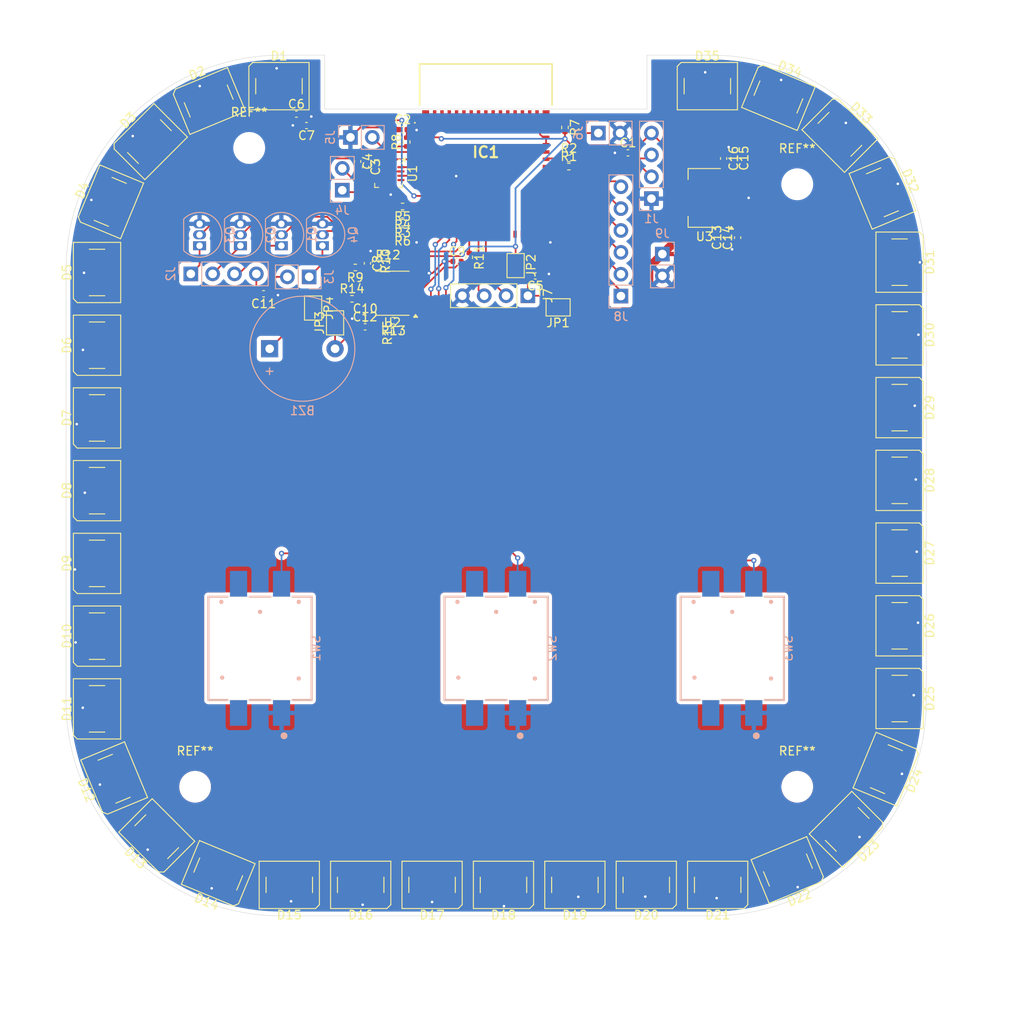
<source format=kicad_pcb>
(kicad_pcb (version 20241229) (generator "pcbnew") (generator_version "9.0")
  (layers (0 "F.Cu" signal) (2 "B.Cu" signal) (13 "F.Paste" user) (15 "B.Paste" user) (5 "F.SilkS" user "F.Silkscreen") (7 "B.SilkS" user "B.Silkscreen") (1 "F.Mask" user) (3 "B.Mask" user) (25 "Edge.Cuts" user))
  (net 0 "")
  (net 1 "+3V3")
  (net 2 "GND")
  (net 3 "+5V")
  (net 4 "Net-(J7-Pin_1)")
  (net 5 "Net-(D1-DOUT)")
  (net 6 "Net-(IC1-RXD0)")
  (net 7 "Net-(IC1-TXD0)")
  (net 8 "Net-(IC1-IO0)")
  (net 9 "Net-(IC1-IO2)")
  (net 10 "Net-(IC1-IO3)")
  (net 15 "Net-(IC1-IO1)")
  (net 16 "Net-(IC1-IO4)")
  (net 17 "Net-(BZ1--)")
  (net 18 "Net-(IC1-EN)")
  (net 19 "Net-(J1-Pin_2)")
  (net 20 "Net-(J1-Pin_3)")
  (net 21 "Net-(J2-Pin_1)")
  (net 22 "Net-(J2-Pin_3)")
  (net 23 "Net-(J2-Pin_2)")
  (net 24 "Net-(J3-Pin_1)")
  (net 25 "Net-(J4-Pin_1)")
  (net 26 "Net-(J4-Pin_2)")
  (net 27 "Net-(Q1-B)")
  (net 28 "Net-(Q2-B)")
  (net 29 "Net-(Q3-B)")
  (net 30 "Net-(Q4-B)")
  (net 35 "Net-(BZ1-+)")
  (net 36 "OAVREF")
  (net 37 "Net-(D2-DOUT)")
  (net 38 "Net-(D3-DOUT)")
  (net 39 "Net-(D4-DOUT)")
  (net 40 "Net-(D5-DOUT)")
  (net 41 "Net-(D6-DOUT)")
  (net 42 "Net-(D7-DOUT)")
  (net 43 "Net-(D8-DOUT)")
  (net 44 "Net-(D10-DIN)")
  (net 45 "Net-(D10-DOUT)")
  (net 46 "Net-(D11-DOUT)")
  (net 47 "Net-(D12-DOUT)")
  (net 48 "Net-(D13-DOUT)")
  (net 49 "Net-(D14-DOUT)")
  (net 50 "Net-(D15-DOUT)")
  (net 51 "Net-(D16-DOUT)")
  (net 52 "Net-(D17-DOUT)")
  (net 53 "Net-(D18-DOUT)")
  (net 54 "Net-(D19-DOUT)")
  (net 55 "Net-(D20-DOUT)")
  (net 56 "Net-(D21-DOUT)")
  (net 57 "Net-(D22-DOUT)")
  (net 58 "Net-(D23-DOUT)")
  (net 60 "Net-(IC1-IO40)")
  (net 62 "Net-(IC1-IO41)")
  (net 63 "DACP")
  (net 65 "Net-(IC1-IO39)")
  (net 68 "BZPWM")
  (net 69 "Net-(IC1-IO38)")
  (net 70 "Net-(IC1-IO36)")
  (net 72 "Net-(IC1-IO37)")
  (net 73 "Net-(R13-Pad1)")
  (net 74 "Net-(R14-Pad2)")
  (net 75 "Net-(U2A-+)")
  (net 76 "Net-(U2A--)")
  (net 77 "Net-(U2B--)")
  (net 78 "SWP3")
  (net 79 "SWP1")
  (net 80 "SWP2")
  (net 82 "Net-(D24-DOUT)")
  (net 83 "Net-(D25-DOUT)")
  (net 84 "Net-(D26-DOUT)")
  (net 85 "Net-(D27-DOUT)")
  (net 86 "Net-(D28-DOUT)")
  (net 87 "Net-(D29-DOUT)")
  (net 88 "Net-(D30-DOUT)")
  (net 89 "Net-(D31-DOUT)")
  (net 90 "Net-(D32-DOUT)")
  (net 91 "Net-(D33-DOUT)")
  (net 92 "Net-(D34-DOUT)")
  (net 94 "Net-(IC1-IO9)")
  (net 95 "Net-(IC1-IO10)")
  (net 97 "Net-(IC1-IO8)")
  (net 98 "Net-(IC1-IO11)")
  (net 100 "OLED2")
  (net 101 "OLED1")
  (net 103 "Net-(D1-DIN)")
  (footprint "LED_SMD:LED_SK6812_PLCC4_5.0x5.0mm_P3.2mm" (layer "F.Cu") (at 105.220395 126.075351 -157.5)
    (property "Reference" "D22")
    (property "Value" "SK6812")
  )
  (footprint "LED_SMD:LED_SK6812_PLCC4_5.0x5.0mm_P3.2mm" (layer "F.Cu") (at 118.2 72.35 -90)
    (property "Reference" "D29")
    (property "Value" "SK6812")
  )
  (footprint "Package_DFN_QFN:TQFN-16-1EP_3x3mm_P0.5mm_EP1.23x1.23mm" (layer "F.Cu") (at 58.79 45.16 -90)
    (property "Reference" "U1")
    (property "Value" "MAX98357A")
  )
  (footprint "Resistor_SMD:R_0402_1005Metric" (layer "F.Cu") (at 60.41 49.93 180)
    (property "Reference" "R4")
    (property "Value" "22")
  )
  (footprint "Capacitor_SMD:C_0402_1005Metric" (layer "F.Cu") (at 56.33 55.59 -90)
    (property "Reference" "C8")
    (property "Value" "1uF")
  )
  (footprint "Capacitor_SMD:C_0402_1005Metric" (layer "F.Cu") (at 56.08 62.01)
    (property "Reference" "C10")
    (property "Value" "0.1uF")
  )
  (footprint "Capacitor_SMD:C_0402_1005Metric" (layer "F.Cu") (at 99.37 52.6 90)
    (property "Reference" "C14")
    (property "Value" "0.1uF")
  )
  (footprint "Capacitor_SMD:C_0402_1005Metric" (layer "F.Cu") (at 48.08 38.25)
    (property "Reference" "C6")
    (property "Value" "10uF")
  )
  (footprint "LED_SMD:LED_SK6812_PLCC4_5.0x5.0mm_P3.2mm" (layer "F.Cu") (at 88.75 127.8 180)
    (property "Reference" "D20")
    (property "Value" "SK6812")
  )
  (footprint "LED_SMD:LED_SK6812_PLCC4_5.0x5.0mm_P3.2mm" (layer "F.Cu") (at 116.207473 47.332889 -67.5)
    (property "Reference" "D32")
    (property "Value" "SK6812")
  )
  (footprint "Capacitor_SMD:C_0402_1005Metric" (layer "F.Cu") (at 55.2 43.75 -90)
    (property "Reference" "C4")
    (property "Value" "10uF")
  )
  (footprint "LED_SMD:LED_SK6812_PLCC4_5.0x5.0mm_P3.2mm" (layer "F.Cu") (at 26.433307 48.441544 67.5)
    (property "Reference" "D4")
    (property "Value" "SK6812")
  )
  (footprint "Resistor_SMD:R_0402_1005Metric" (layer "F.Cu") (at 60.42 48.98 180)
    (property "Reference" "R5")
    (property "Value" "22")
  )
  (footprint "Resistor_SMD:R_0402_1005Metric" (layer "F.Cu") (at 54.54 59.71)
    (property "Reference" "R14")
    (property "Value" "100")
  )
  (footprint "LED_SMD:LED_SK6812_PLCC4_5.0x5.0mm_P3.2mm" (layer "F.Cu") (at 38.98826 126.534571 157.5)
    (property "Reference" "D14")
    (property "Value" "SK6812")
  )
  (footprint "Resistor_SMD:R_0402_1005Metric" (layer "F.Cu") (at 60.42 51.83 180)
    (property "Reference" "R6")
    (property "Value" "22")
  )
  (footprint "Capacitor_SMD:C_0402_1005Metric" (layer "F.Cu") (at 97.74 43.4 -90)
    (property "Reference" "C16")
    (property "Value" "0.1uF")
  )
  (footprint "Capacitor_SMD:C_0402_1005Metric" (layer "F.Cu") (at 56.12 44.4 -90)
    (property "Reference" "C3")
    (property "Value" "0.1uF")
  )
  (footprint "LED_SMD:LED_SK6812_PLCC4_5.0x5.0mm_P3.2mm" (layer "F.Cu") (at 95.85 35)
    (property "Reference" "D35")
    (property "Value" "SK6812")
  )
  (footprint "LED_SMD:LED_SK6812_PLCC4_5.0x5.0mm_P3.2mm" (layer "F.Cu") (at 111.260334 40.596163 -45)
    (property "Reference" "D33")
    (property "Value" "SK6812")
  )
  (footprint "MountingHole:MountingHole_3.2mm_M3" (layer "F.Cu") (at 36.3 116.4)
    (property "Reference" "REF**")
    (property "Value" "MountingHole_3.2mm_M3")
  )
  (footprint "Jumper:SolderJumper-2_P1.3mm_Open_TrianglePad1.0x1.5mm" (layer "F.Cu") (at 78.5 60.7 180)
    (property "Reference" "JP1")
    (property "Value" "5V")
  )
  (footprint "Jumper:SolderJumper-2_P1.3mm_Open_TrianglePad1.0x1.5mm" (layer "F.Cu") (at 73.56 55.85 -90)
    (property "Reference" "JP2")
    (property "Value" "3.3V")
  )
  (footprint "LED_SMD:LED_SK6812_PLCC4_5.0x5.0mm_P3.2mm" (layer "F.Cu") (at 55.55 127.8 180)
    (property "Reference" "D16")
    (property "Value" "SK6812")
  )
  (footprint "LED_SMD:LED_SK6812_PLCC4_5.0x5.0mm_P3.2mm" (layer "F.Cu") (at 24.9 65.1 90)
    (property "Reference" "D6")
    (property "Value" "SK6812")
  )
  (footprint "LED_SMD:LED_SK6812_PLCC4_5.0x5.0mm_P3.2mm" (layer "F.Cu") (at 31.839666 122.203837 135)
    (property "Reference" "D13")
    (property "Value" "SK6812")
  )
  (footprint "LED_SMD:LED_SK6812_PLCC4_5.0x5.0mm_P3.2mm" (layer "F.Cu") (at 47.25 127.8 180)
    (property "Reference" "D15")
    (property "Value" "SK6812")
  )
  (footprint "Resistor_SMD:R_0402_1005Metric" (layer "F.Cu") (at 59.84 63.65 90)
    (property "Reference" "R15")
    (property "Value" "100")
  )
  (footprint "Capacitor_SMD:C_0402_1005Metric" (layer "F.Cu") (at 75.85 57.05 180)
    (property "Reference" "C5")
    (property "Value" "0.1uF")
  )
  (footprint "ESP32-S2-MINI-2-N4:ESP32S2MINI2N4" (layer "F.Cu") (at 70.1 45.2)
    (property "Reference" "IC1")
    (property "Value" "ESP32-S2-MINI-2-N4" (hide yes))
  )
  (footprint "Capacitor_SMD:C_0402_1005Metric" (layer "F.Cu") (at 56.07 62.97)
    (property "Reference" "C12")
    (property "Value" "1uF")
  )
  (footprint "LED_SMD:LED_SK6812_PLCC4_5.0x5.0mm_P3.2mm" (layer "F.Cu") (at 118.2 97.7 -90)
    (property "Reference" "D26")
    (property "Value" "SK6812")
  )
  (footprint "Resistor_SMD:R_0402_1005Metric" (layer "F.Cu") (at 79.75 43.4)
    (property "Reference" "R2")
    (property "Value" "22")
  )
  (footprint "LED_SMD:LED_SK6812_PLCC4_5.0x5.0mm_P3.2mm" (layer "F.Cu") (at 30.991138 41.444692 45)
    (property "Reference" "D3")
    (property "Value" "SK6812")
  )
  (footprint "LED_SMD:LED_SK6812_PLCC4_5.0x5.0mm_P3.2mm" (layer "F.Cu") (at 26.892527 115.467111 112.5)
    (property "Reference" "D12")
    (property "Value" "SK6812")
  )
  (footprint "Resistor_SMD:R_0402_1005Metric" (layer "F.Cu") (at 58.72 55.79)
    (property "Reference" "R12")
    (property "Value" "100k")
  )
  (footprint "Capacitor_SMD:C_0402_1005Metric" (layer "F.Cu") (at 66.75 55.36)
    (property "Reference" "C9")
    (property "Value" "10nF")
  )
  (footprint "Jumper:SolderJumper-2_P1.3mm_Open_TrianglePad1.0x1.5mm" (layer "F.Cu") (at 52.57 62.5 90)
    (property "Reference" "JP3")
    (property "Value" "bzg")
  )
  (footprint "Resistor_SMD:R_0402_1005Metric" (layer "F.Cu") (at 57.28 55.33 -90)
    (property "Reference" "R10")
    (property "Value" "100k")
  )
  (footprint "LED_SMD:LED_SK6812_PLCC4_5.0x5.0mm_P3.2mm" (layer "F.Cu") (at 97.05 127.8 180)
    (property "Reference" "D21")
    (property "Value" "SK6812")
  )
  (footprint "LED_SMD:LED_SK6812_PLCC4_5.0x5.0mm_P3.2mm" (layer "F.Cu") (at 80.45 127.8 180)
    (property "Reference" "D19")
    (property "Value" "SK6812")
  )
  (footprint "Capacitor_SMD:C_0402_1005Metric" (layer "F.Cu") (at 44.26 59.12 180)
    (property "Reference" "C11")
    (property "Value" "10uF")
  )
  (footprint "LED_SMD:LED_SK6812_PLCC4_5.0x5.0mm_P3.2mm" (layer "F.Cu") (at 118.2 80.8 -90)
    (property "Reference" "D28")
    (property "Value" "SK6812")
  )
  (footprint "MountingHole:MountingHole_3.2mm_M3" (layer "F.Cu") (at 42.59 42.18)
    (property "Reference" "REF**")
    (property "Value" "MountingHole_3.2mm_M3")
  )
  (footprint "Resistor_SMD:R_0402_1005Metric" (layer "F.Cu") (at 79.3 39.8 -90)
    (property "Reference" "R7")
    (property "Value" "10k")
  )
  (footprint "Resistor_SMD:R_0402_1005Metric" (layer "F.Cu") (at 68.17 54.89 -90)
    (property "Reference" "R11")
    (property "Value" "1k")
  )
  (footprint "Capacitor_SMD:C_0402_1005Metric" (layer "F.Cu") (at 49.25 39.58 180)
    (property "Reference" "C7")
    (property "Value" "0.1uF")
  )
  (footprint "LED_SMD:LED_SK6812_PLCC4_5.0x5.0mm_P3.2mm" (layer "F.Cu") (at 118.2 55.45 -90)
    (property "Reference" "D31")
    (property "Value" "SK6812")
  )
  (footprint "Capacitor_SMD:C_0402_1005Metric" (layer "F.Cu") (at 60.45 40.05)
    (property "Reference" "C2")
    (property "Value" "0.1uF")
  )
  (footprint "LED_SMD:LED_SK6812_PLCC4_5.0x5.0mm_P3.2mm" (layer "F.Cu") (at 118.2 106.15 -90)
    (property "Reference" "D25")
    (property "Value" "SK6812")
  )
  (footprint "LED_SMD:LED_SK6812_PLCC4_5.0x5.0mm_P3.2mm" (layer "F.Cu") (at 24.9 82 90)
    (property "Reference" "D8")
    (property "Value" "SK6812")
  )
  (footprint "LED_SMD:LED_SK6812_PLCC4_5.0x5.0mm_P3.2mm" (layer "F.Cu") (at 112.108862 121.355308 -135)
    (property "Reference" "D23")
    (property "Value" "SK6812")
  )
  (footprint "MountingHole:MountingHole_3.2mm_M3" (layer "F.Cu") (at 106.3 46.4)
    (property "Reference" "REF**")
    (property "Value" "MountingHole_3.2mm_M3")
  )
  (footprint "LED_SMD:LED_SK6812_PLCC4_5.0x5.0mm_P3.2mm" (layer "F.Cu") (at 24.9 90.45 90)
    (property "Reference" "D9")
    (property "Value" "SK6812")
  )
  (footprint "Resistor_SMD:R_0402_1005Metric" (layer "F.Cu") (at 79.75 44.35)
    (property "Reference" "R1")
    (property "Value" "22")
  )
  (footprint "LED_SMD:LED_SK6812_PLCC4_5.0x5.0mm_P3.2mm" (layer "F.Cu") (at 24.9 107.35 90)
    (property "Reference" "D11")
    (property "Value" "SK6812")
  )
  (footprint "LED_SMD:LED_SK6812_PLCC4_5.0x5.0mm_P3.2mm" (layer "F.Cu") (at 118.2 63.9 -90)
    (property "Reference" "D30")
    (property "Value" "SK6812")
  )
  (footprint "Capacitor_SMD:C_0402_1005Metric" (layer "F.Cu") (at 86.62 42.75)
    (property "Reference" "C1")
    (property "Value" "0.1uF")
  )
  (footprint "LED_SMD:LED_SK6812_PLCC4_5.0x5.0mm_P3.2mm" (layer "F.Cu") (at 46.05 35)
    (property "Reference" "D1")
    (property "Value" "SK6812")
  )
  (footprint "LED_SMD:LED_SK6812_PLCC4_5.0x5.0mm_P3.2mm" (layer "F.Cu") (at 118.2 89.25 -90)
    (property "Reference" "D27")
    (property "Value" "SK6812")
  )
  (footprint "LED_SMD:LED_SK6812_PLCC4_5.0x5.0mm_P3.2mm" (layer "F.Cu") (at 24.9 73.55 90)
    (property "Reference" "D7")
    (property "Value" "SK6812")
  )
  (footprint "Jumper:SolderJumper-2_P1.3mm_Open_TrianglePad1.0x1.5mm" (layer "F.Cu") (at 50.02 60.78 -90)
    (property "Reference" "JP4")
    (property "Value" "bzg")
  )
  (footprint "Resistor_SMD:R_0402_1005Metric" (layer "F.Cu") (at 54.92 56.07 180)
    (property "Reference" "R9")
    (property "Value" "100k")
  )
  (footprint "LED_SMD:LED_SK6812_PLCC4_5.0x5.0mm_P3.2mm" (layer "F.Cu") (at 104.11174 36.265429 -22.5)
    (property "Reference" "D34")
    (property "Value" "SK6812")
  )
  (footprint "LED_SMD:LED_SK6812_PLCC4_5.0x5.0mm_P3.2mm" (layer "F.Cu") (at 72.15 127.8 180)
    (property "Reference" "D18")
    (property "Value" "SK6812")
  )
  (footprint "Resistor_SMD:R_0402_1005Metric" (layer "F.Cu") (at 59.35 62.25 180)
    (property "Reference" "R13")
    (property "Value" "10k")
  )
  (footprint "Package_TO_SOT_SMD:SOT-223" (layer "F.Cu") (at 95.52 47.9825 180)
    (property "Reference" "U3")
    (property "Value" "AP2111H-3.3")
  )
  (footprint "LED_SMD:LED_SK6812_PLCC4_5.0x5.0mm_P3.2mm" (layer "F.Cu") (at 37.879605 36.724649 22.5)
    (property "Reference" "D2")
    (property "Value" "SK6812")
  )
  (footprint "LED_SMD:LED_SK6812_PLCC4_5.0x5.0mm_P3.2mm" (layer "F.Cu") (at 24.9 56.65 90)
    (property "Reference" "D5")
    (property "Value" "SK6812")
  )
  (footprint "Resistor_SMD:R_0402_1005Metric" (layer "F.Cu") (at 60.42 50.87 180)
    (property "Reference" "R3")
    (property "Value" "22")
  )
  (footprint "Connector_PinHeader_2.54mm:PinHeader_1x04_P2.54mm_Vertical" (layer "F.Cu") (at 74.99 59.35 -90)
    (property "Reference" "J7")
    (property "Value" "OLED")
  )
  (footprint "Capacitor_SMD:C_0402_1005Metric" (layer "F.Cu") (at 98.12 52.59 90)
    (property "Reference" "C13")
    (property "Value" "10uF")
  )
  (footprint "Package_SO:SOP-8_3.9x4.9mm_P1.27mm" (layer "F.Cu") (at 59.23 59.06 180)
    (property "Reference" "U2")
    (property "Value" "MCP6022")
  )
  (footprint "MountingHole:MountingHole_3.2mm_M3" (layer "F.Cu") (at 106.3 116.4)
    (property "Reference" "REF**")
    (property "Value" "MountingHole_3.2mm_M3")
  )
  (footprint "Capacitor_SMD:C_0402_1005Metric" (layer "F.Cu") (at 98.94 43.37 -90)
    (property "Reference" "C15")
    (property "Value" "10uF")
  )
  (footprint "LED_SMD:LED_SK6812_PLCC4_5.0x5.0mm_P3.2mm" (layer "F.Cu") (at 63.85 127.8 180)
    (property "Reference" "D17")
    (property "Value" "SK6812")
  )
  (footprint "LED_SMD:LED_SK6812_PLCC4_5.0x5.0mm_P3.2mm" (layer "F.Cu") (at 24.9 98.9 90)
    (property "Reference" "D10")
    (property "Value" "SK6812")
  )
  (footprint "Resistor_SMD:R_0402_1005Metric" (layer "F.Cu") (at 60.9 41.49 90)
    (property "Reference" "R8")
    (property "Value" "10k")
  )
  (footprint "LED_SMD:LED_SK6812_PLCC4_5.0x5.0mm_P3.2mm" (layer "F.Cu") (at 116.666693 114.358456 -112.5)
    (property "Reference" "D24")
    (property "Value" "SK6812")
  )
  (footprint "Package_TO_SOT_THT:TO-92_Inline" (layer "B.Cu") (at 46.33 53.54 90)
    (property "Reference" "Q1")
    (property "Value" "BC338")
  )
  (footprint "C36498966:SW-SMD_4P-L12.0-W12.0-P5.00-LS15.5" (layer "B.Cu") (at 43.85 100.32 90)
    (property "Reference" "SW1")
    (property "Value" "SW_Push")
    (fp_line (start 6 -6) (end -6 -6) (stroke (width 0.05)) (layer "Edge.Cuts"))
    (fp_line (start -6 -6) (end -6 6) (stroke (width 0.05)) (layer "Edge.Cuts"))
    (fp_line (start 6 6) (end 6 -6) (stroke (width 0.05)) (layer "Edge.Cuts"))
    (fp_line (start -6 6) (end 6 6) (stroke (width 0.05)) (layer "Edge.Cuts"))
  )
  (footprint "Package_TO_SOT_THT:TO-92_Inline" (layer "B.Cu") (at 36.82 53.54 90)
    (property "Reference" "Q3")
    (property "Value" "BC338")
  )
  (footprint "Connector_PinHeader_2.54mm:PinHeader_1x06_P2.54mm_Vertical" (layer "B.Cu") (at 85.8 59.39)
    (property "Reference" "J8")
    (property "Value" "Conn_01x06_Pin")
  )
  (footprint "C36498966:SW-SMD_4P-L12.0-W12.0-P5.00-LS15.5" (layer "B.Cu") (at 71.3 100.32 90)
    (property "Reference" "SW2")
    (property "Value" "SW_Push")
    (fp_line (start 6 -6) (end -6 -6) (stroke (width 0.05)) (layer "Edge.Cuts"))
    (fp_line (start -6 -6) (end -6 6) (stroke (width 0.05)) (layer "Edge.Cuts"))
    (fp_line (start 6 6) (end 6 -6) (stroke (width 0.05)) (layer "Edge.Cuts"))
    (fp_line (start -6 6) (end 6 6) (stroke (width 0.05)) (layer "Edge.Cuts"))
  )
  (footprint "Connector_PinHeader_2.54mm:PinHeader_1x02_P2.54mm_Vertical" (layer "B.Cu") (at 90.62 54.505 180)
    (property "Reference" "J9")
    (property "Value" "power")
  )
  (footprint "Connector_PinHeader_2.54mm:PinHeader_1x02_P2.54mm_Vertical" (layer "B.Cu") (at 49.565 57.16 90)
    (property "Reference" "J3")
    (property "Value" "IR led")
  )
  (footprint "Package_TO_SOT_THT:TO-92_Inline" (layer "B.Cu") (at 51.1 53.54 90)
    (property "Reference" "Q4")
    (property "Value" "BC338")
  )
  (footprint "C36498966:SW-SMD_4P-L12.0-W12.0-P5.00-LS15.5" (layer "B.Cu") (at 98.75 100.32 90)
    (property "Reference" "SW3")
    (property "Value" "SW_Push")
    (fp_line (start 6 -6) (end -6 -6) (stroke (width 0.05)) (layer "Edge.Cuts"))
    (fp_line (start -6 -6) (end -6 6) (stroke (width 0.05)) (layer "Edge.Cuts"))
    (fp_line (start 6 6) (end 6 -6) (stroke (width 0.05)) (layer "Edge.Cuts"))
    (fp_line (start -6 6) (end 6 6) (stroke (width 0.05)) (layer "Edge.Cuts"))
  )
  (footprint "Connector_PinHeader_2.54mm:PinHeader_1x04_P2.54mm_Vertical" (layer "B.Cu") (at 35.8 56.81 -90)
    (property "Reference" "J2")
    (property "Value" "strip")
  )
  (footprint "Buzzer_Beeper:Buzzer_12x9.5RM7.6" (layer "B.Cu") (at 44.97 65.51)
    (property "Reference" "BZ1")
    (property "Value" "Buzzer")
  )
  (footprint "Package_TO_SOT_THT:TO-92_Inline" (layer "B.Cu") (at 41.57 53.54 90)
    (property "Reference" "Q2")
    (property "Value" "BC338")
  )
  (footprint "Connector_PinHeader_2.54mm:PinHeader_1x02_P2.54mm_Vertical" (layer "B.Cu") (at 53.41 47.095)
    (property "Reference" "J4")
    (property "Value" "speaker")
  )
  (footprint "Connector_PinHeader_2.54mm:PinHeader_1x02_P2.54mm_Vertical" (layer "B.Cu") (at 54.36 40.95 -90)
    (property "Reference" "J5")
    (property "Value" "boot")
  )
  (footprint "Connector_PinHeader_2.54mm:PinHeader_1x02_P2.54mm_Vertical" (layer "B.Cu") (at 83.175 40.45 -90)
    (property "Reference" "J6")
    (property "Value" "reset")
  )
  (footprint "Connector_PinHeader_2.54mm:PinHeader_1x04_P2.54mm_Vertical" (layer "B.Cu") (at 89.35 48.07)
    (property "Reference" "J1")
    (property "Value" "UART")
  )
  (gr_line (start 21.3 56.4) (end 21.3 106.4) (stroke (width 0.05)) (layer "Edge.Cuts"))
  (gr_line (start 88.83 37.66) (end 51.37 37.66) (stroke (width 0.05)) (layer "Edge.Cuts"))
  (gr_arc (start 21.3 56.4) (mid 28.62233 38.72233) (end 46.3 31.4) (stroke (width 0.05)) (layer "Edge.Cuts"))
  (gr_line (start 46.3 31.4) (end 51.37 31.4) (stroke (width 0.05)) (layer "Edge.Cuts"))
  (gr_line (start 96.3 31.4) (end 88.83 31.4) (stroke (width 0.05)) (layer "Edge.Cuts"))
  (gr_arc (start 96.3 31.4) (mid 113.97767 38.72233) (end 121.3 56.4) (stroke (width 0.05)) (layer "Edge.Cuts"))
  (gr_line (start 51.37 31.4) (end 51.37 37.66) (stroke (width 0.05)) (layer "Edge.Cuts"))
  (gr_arc (start 121.3 106.4) (mid 113.97767 124.07767) (end 96.3 131.4) (stroke (width 0.05)) (layer "Edge.Cuts"))
  (gr_arc (start 46.3 131.4) (mid 28.62233 124.07767) (end 21.3 106.4) (stroke (width 0.05)) (layer "Edge.Cuts"))
  (gr_line (start 121.3 56.4) (end 121.3 106.4) (stroke (width 0.05)) (layer "Edge.Cuts"))
  (gr_line (start 88.83 31.4) (end 88.83 37.66) (stroke (width 0.05)) (layer "Edge.Cuts"))
  (gr_line (start 96.3 131.4) (end 46.3 131.4) (stroke (width 0.05)) (layer "Edge.Cuts"))
  (segment (start 92.78 43.88) (end 92.34 43.44) (width 0.2) (layer "F.Cu") (net 1))
  (segment (start 63.1 40.95) (end 64.77 40.95) (width 0.2) (layer "F.Cu") (net 1))
  (segment (start 79.3 41.11) (end 80.06 41.87) (width 0.2) (layer "F.Cu") (net 1))
  (segment (start 56.620057 53.39) (end 54.41 55.600057) (width 0.2) (layer "F.Cu") (net 1))
  (segment (start 57.465918 59.08895) (end 57.731 59.354032) (width 0.2) (layer "F.Cu") (net 1))
  (segment (start 57.93 54.708) (end 57.971 54.749) (width 0.2) (layer "F.Cu") (net 1))
  (segment (start 60.93 40.95) (end 60.9 40.98) (width 0.2) (layer "F.Cu") (net 1))
  (segment (start 56.56 61.01) (end 56.605 60.965) (width 0.2) (layer "F.Cu") (net 1))
  (segment (start 57.731 60.035968) (end 56.801968 60.965) (width 0.2) (layer "F.Cu") (net 1))
  (segment (start 57.731 59.354032) (end 57.731 60.035968) (width 0.2) (layer "F.Cu") (net 1))
  (segment (start 73.56 53.64) (end 73.55 53.63) (width 0.2) (layer "F.Cu") (net 1))
  (segment (start 98.94 43.85) (end 98.94 45.4125) (width 0.2) (layer "F.Cu") (net 1))
  (segment (start 57.93 54.52966) (end 57.93 54.708) (width 0.2) (layer "F.Cu") (net 1))
  (segment (start 67.151472 54.749) (end 67.350472 54.55) (width 0.2) (layer "F.Cu") (net 1))
  (segment (start 60.9 40.98) (end 60.9 40.08) (width 0.2) (layer "F.Cu") (net 1))
  (segment (start 79.3 40.31) (end 79.3 41.11) (width 0.2) (layer "F.Cu") (net 1))
  (segment (start 56.56 62.01) (end 56.56 61.01) (width 0.2) (layer "F.Cu") (net 1))
  (segment (start 60.9 40.08) (end 60.93 40.05) (width 0.2) (layer "F.Cu") (net 1))
  (segment (start 56.55 62.97) (end 56.55 62.02) (width 0.2) (layer "F.Cu") (net 1))
  (segment (start 56.801968 60.965) (end 56.605 60.965) (width 0.2) (layer "F.Cu") (net 1))
  (segment (start 63.1 40.95) (end 60.93 40.95) (width 0.2) (layer "F.Cu") (net 1))
  (segment (start 98.91 43.88) (end 98.94 43.85) (width 0.2) (layer "F.Cu") (net 1))
  (segment (start 87.93 41.87) (end 89.35 40.45) (width 0.2) (layer "F.Cu") (net 1))
  (segment (start 54.41 56.07) (end 54.41 57.696968) (width 0.2) (layer "F.Cu") (net 1))
  (segment (start 73.56 55.125) (end 73.56 53.64) (width 0.2) (layer "F.Cu") (net 1))
  (segment (start 56.55 62.02) (end 56.56 62.01) (width 0.2) (layer "F.Cu") (net 1))
  (segment (start 55.801982 59.08895) (end 57.465918 59.08895) (width 0.2) (layer "F.Cu") (net 1))
  (segment (start 97.74 43.88) (end 98.91 43.88) (width 0.2) (layer "F.Cu") (net 1))
  (segment (start 54.41 55.600057) (end 54.41 56.07) (width 0.2) (layer "F.Cu") (net 1))
  (segment (start 80.06 41.87) (end 87.93 41.87) (width 0.2) (layer "F.Cu") (net 1))
  (segment (start 87.1 42.7) (end 87.93 41.87) (width 0.2) (layer "F.Cu") (net 1))
  (segment (start 57.971 54.749) (end 67.151472 54.749) (width 0.2) (layer "F.Cu") (net 1))
  (segment (start 54.41 57.696968) (end 55.801982 59.08895) (width 0.2) (layer "F.Cu") (net 1))
  (segment (start 79.3 41.11) (end 79.3 41.12) (width 0.2) (layer "F.Cu") (net 1))
  (segment (start 56.79034 53.39) (end 57.93 54.52966) (width 0.2) (layer "F.Cu") (net 1))
  (segment (start 97.74 43.88) (end 92.78 43.88) (width 0.2) (layer "F.Cu") (net 1))
  (segment (start 56.620057 53.39) (end 56.79034 53.39) (width 0.2) (layer "F.Cu") (net 1))
  (segment (start 64.77 40.95) (end 64.93 41.11) (width 0.2) (layer "F.Cu") (net 1))
  (segment (start 87.1 42.75) (end 87.1 42.7) (width 0.2) (layer "F.Cu") (net 1))
  (segment (start 92.34 43.44) (end 89.35 40.45) (width 0.2) (layer "F.Cu") (net 1))
  (segment (start 98.94 45.4125) (end 98.67 45.6825) (width 0.2) (layer "F.Cu") (net 1))
  (via (at 67.350472 54.55) (size 0.6) (drill 0.3) (layers "F.Cu" "B.Cu") (net 1))
  (via (at 79.3 41.11) (size 0.6) (drill 0.3) (layers "F.Cu" "B.Cu") (net 1))
  (via (at 64.93 41.11) (size 0.6) (drill 0.3) (layers "F.Cu" "B.Cu") (net 1))
  (via (at 73.55 53.63) (size 0.6) (drill 0.3) (layers "F.Cu" "B.Cu") (net 1))
  (segment (start 67.350472 54.55) (end 68.270472 53.63) (width 0.2) (layer "B.Cu") (net 1))
  (segment (start 73.55 46.86) (end 79.3 41.11) (width 0.2) (layer "B.Cu") (net 1))
  (segment (start 79.3 41.11) (end 64.93 41.11) (width 0.2) (layer "B.Cu") (net 1))
  (segment (start 73.55 53.63) (end 73.55 46.86) (width 0.2) (layer "B.Cu") (net 1))
  (segment (start 68.270472 53.63) (end 73.55 53.63) (width 0.2) (layer "B.Cu") (net 1))
  (segment (start 70.1 46.85) (end 70.1 43.55) (width 0.2) (layer "F.Cu") (net 2))
  (segment (start 28.127356 42.045733) (end 29.05 41.123089) (width 0.2) (layer "F.Cu") (net 2))
  (segment (start 59.04 45.41) (end 58.79 45.16) (width 0.2) (layer "F.Cu") (net 2))
  (segment (start 24.017525 50.092755) (end 24.017525 48.442475) (width 0.2) (layer "F.Cu") (net 2))
  (segment (start 55.49 62.97) (end 55.59 62.97) (width 0.2) (layer "F.Cu") (net 2))
  (segment (start 82.9 129.4) (end 81.06 129.4) (width 0.2) (layer "F.Cu") (net 2))
  (segment (start 40.639471 128.950353) (end 39.889118 128.2) (width 0.2) (layer "F.Cu") (net 2))
  (segment (start 29.05 41.123089) (end 29.05 40.8) (width 0.2) (layer "F.Cu") (net 2))
  (segment (start 120.56 54.01) (end 120.56 55.47) (width 0.2) (layer "F.Cu") (net 2))
  (segment (start 72.205 130.275) (end 72.18 130.3) (width 0.2) (layer "F.Cu") (net 2))
  (segment (start 64.24 129.4) (end 63.85 129.79) (width 0.2) (layer "F.Cu") (net 2))
  (segment (start 99.37 53.32) (end 98.73 53.96) (width 0.2) (layer "F.Cu") (net 2))
  (segment (start 23.3 67.55) (end 23.3 65.68) (width 0.2) (layer "F.Cu") (net 2))
  (segment (start 47.6 39.5) (end 47.66 39.56) (width 0.2) (layer "F.Cu") (net 2))
  (segment (start 103.999647 33.849647) (end 104.43 34.28) (width 0.2) (layer "F.Cu") (net 2))
  (segment (start 62.05 40.1) (end 63.1 40.1) (width 0.2) (layer "F.Cu") (net 2))
  (segment (start 23.3 65.68) (end 23.26 65.64) (width 0.2) (layer "F.Cu") (net 2))
  (segment (start 119.8 86.8) (end 119.8 88.7) (width 0.2) (layer "F.Cu") (net 2))
  (segment (start 77.1 52.65) (end 77.6 53.15) (width 0.2) (layer "F.Cu") (net 2))
  (segment (start 106.652177 128.06) (end 106.35 128.06) (width 0.2) (layer "F.Cu") (net 2))
  (segment (start 58.54 43.7225) (end 58.54 44.91) (width 0.2) (layer "F.Cu") (net 2))
  (segment (start 116.748106 44.457091) (end 117.99 45.698985) (width 0.2) (layer "F.Cu") (net 2))
  (segment (start 77.2 57.05) (end 77.43 56.82) (width 0.2) (layer "F.Cu") (net 2))
  (segment (start 99.5 129.4) (end 96.99 129.4) (width 0.2) (layer "F.Cu") (net 2))
  (segment (start 119.8 63.29) (end 120.39 63.88) (width 0.2) (layer "F.Cu") (net 2))
  (segment (start 111.95 39.023088) (end 111.95 39.27) (width 0.2) (layer "F.Cu") (net 2))
  (segment (start 43.6 33.4) (end 45.31 33.4) (width 0.2) (layer "F.Cu") (net 2))
  (segment (start 59.97 40.05) (end 59.719 39.799) (width 0.2) (layer "F.Cu") (net 2))
  (segment (start 76.589 38.261) (end 63.1 38.261) (width 0.2) (layer "F.Cu") (net 2))
  (segment (start 74.6 129.4) (end 73.08 129.4) (width 0.2) (layer "F.Cu") (net 2))
  (segment (start 44.74 59.12) (end 45.77 59.12) (width 0.2) (layer "F.Cu") (net 2))
  (segment (start 49.73 38.61) (end 49.81 38.53) (width 0.2) (layer "F.Cu") (net 2))
  (segment (start 36.197823 34.99) (end 36.84 34.99) (width 0.2) (layer "F.Cu") (net 2))
  (segment (start 73.08 129.4) (end 72.205 130.275) (width 0.2) (layer "F.Cu") (net 2))
  (segment (start 47.6 38.25) (end 47.6 39.5) (width 0.2) (layer "F.Cu") (net 2))
  (segment (start 23.3 101.35) (end 23.3 100.52) (width 0.2) (layer "F.Cu") (net 2))
  (segment (start 58 129.4) (end 56.49 129.4) (width 0.2) (layer "F.Cu") (net 2))
  (segment (start 63.1 52.2) (end 63 52.2) (width 0.2) (layer "F.Cu") (net 2))
  (segment (start 119.082475 114.287525) (end 118.47 114.9) (width 0.2) (layer "F.Cu") (net 2))
  (segment (start 47.77 129.4) (end 47.46 129.71) (width 0.2) (layer "F.Cu") (net 2))
  (segment (start 54.36 42.43) (end 55.2 43.27) (width 0.2) (layer "F.Cu") (net 2))
  (segment (start 60.2275 44.91) (end 59.04 44.91) (width 0.2) (layer "F.Cu") (net 2))
  (segment (start 76.748 40.95) (end 76.399 40.601) (width 0.2) (layer "F.Cu") (net 2))
  (segment (start 68.45 43.55) (end 71.75 43.55) (width 0.2) (layer "F.Cu") (net 2))
  (segment (start 99.37 53.08) (end 99.37 53.32) (width 0.2) (layer "F.Cu") (net 2))
  (segment (start 63 52.2) (end 62.05 53.15) (width 0.2) (layer "F.Cu") (net 2))
  (segment (start 57.28 54.74) (end 56.7 54.16) (width 0.2) (layer "F.Cu") (net 2))
  (segment (start 98.12 53.07) (end 98.12 53.349999) (width 0.2) (layer "F.Cu") (net 2))
  (segment (start 86.14 42.75) (end 85.1 42.75) (width 0.2) (layer "F.Cu") (net 2))
  (segment (start 119.8 53.25) (end 120.56 54.01) (width 0.2) (layer "F.Cu") (net 2))
  (segment (start 76.33 57.05) (end 77.2 57.05) (width 0.2) (layer "F.Cu") (net 2))
  (segment (start 66.65 45.45) (end 68.2 45.45) (width 0.2) (layer "F.Cu") (net 2))
  (segment (start 88.87 129.4) (end 88.635 129.165) (width 0.2) (layer "F.Cu") (net 2))
  (segment (start 39.889118 128.2) (end 38.23 128.2) (width 0.2) (layer "F.Cu") (net 2))
  (segment (start 59.04 46.5975) (end 59.04 45.41) (width 0.2) (layer "F.Cu") (net 2))
  (segment (start 45.31 33.4) (end 45.78 32.93) (width 0.2) (layer "F.Cu") (net 2))
  (segment (start 58.54 44.91) (end 58.79 45.16) (width 0.2) (layer "F.Cu") (net 2))
  (segment (start 68.45 45.2) (end 71.75 45.2) (width 0.2) (layer "F.Cu") (net 2))
  (segment (start 71.75 43.55) (end 71.75 46.85) (width 0.2) (layer "F.Cu") (net 2))
  (segment (start 68.45 43.55) (end 68.45 46.85) (width 0.2) (layer "F.Cu") (net 2))
  (segment (start 59.04 44.91) (end 58.79 45.16) (width 0.2) (layer "F.Cu") (net 2))
  (segment (start 77.1 40.95) (end 76.748 40.95) (width 0.2) (layer "F.Cu") (net 2))
  (segment (start 110.659293 37.732381) (end 111.95 39.023088) (width 0.2) (layer "F.Cu") (net 2))
  (segment (start 95.59 33.4) (end 95.6 33.39) (width 0.2) (layer "F.Cu") (net 2))
  (segment (start 35.003807 36.184016) (end 36.197823 34.99) (width 0.2) (layer "F.Cu") (net 2))
  (segment (start 49.73 39.58) (end 49.73 38.61) (width 0.2) (layer "F.Cu") (net 2))
  (segment (start 81.06 129.4) (end 80.85 129.19) (width 0.2) (layer "F.Cu") (net 2))
  (segment (start 23.3 59.1) (end 23.3 56.77) (width 0.2) (layer "F.Cu") (net 2))
  (segment (start 102.460529 33.849647) (end 103.999647 33.849647) (width 0.2) (layer "F.Cu") (net 2))
  (segment (start 76.399 38.451) (end 76.589 38.261) (width 0.2) (layer "F.Cu") (net 2))
  (segment (start 98.94 42.89) (end 98.94 42.69) (width 0.2) (layer "F.Cu") (net 2))
  (segment (start 59.04 43.7225) (end 59.04 44.91) (width 0.2) (layer "F.Cu") (net 2))
  (segment (start 76.589 38.261) (end 77.1 38.261) (width 0.2) (layer "F.Cu") (net 2))
  (segment (start 68.2 45.45) (end 68.45 45.2) (width 0.2) (layer "F.Cu") (net 2))
  (segment (start 77.1 41.8) (end 77.1 40.95) (width 0.2) (layer "F.Cu") (net 2))
  (segment (start 26.351894 118.342909) (end 26.351894 117.271894) (width 0.2) (layer "F.Cu") (net 2))
  (segment (start 119.8 78.35) (end 119.8 80.42) (width 0.2) (layer "F.Cu") (net 2))
  (segment (start 59.719 39.799) (end 55.511 39.799) (width 0.2) (layer "F.Cu") (net 2))
  (segment (start 23.3 82.42) (end 23.48 82.24) (width 0.2) (layer "F.Cu") (net 2))
  (segment (start 66.3 129.4) (end 64.24 129.4) (width 0.2) (layer "F.Cu") (net 2))
  (segment (start 23.3 84.45) (end 23.3 82.42) (width 0.2) (layer "F.Cu") (net 2))
  (segment (start 23.3 75.03) (end 22.54 74.27) (width 0.2) (layer "F.Cu") (net 2))
  (segment (start 61.855 57.155) (end 63.055 57.155) (width 0.2) (layer "F.Cu") (net 2))
  (segment (start 77.1 52.2) (end 77.1 52.65) (width 0.2) (layer "F.Cu") (net 2))
  (segment (start 97.74 42.67) (end 98.33 42.08) (width 0.2) (layer "F.Cu") (net 2))
  (segment (start 23.3 100.52) (end 22.41 99.63) (width 0.2) (layer "F.Cu") (net 2))
  (segment (start 52.57 61.775) (end 54.295 61.775) (width 0.2) (layer "F.Cu") (net 2))
  (segment (start 23.3 92.13) (end 22.325 91.155) (width 0.2) (layer "F.Cu") (net 2))
  (segment (start 96.99 129.4) (end 96.93 129.34) (width 0.2) (layer "F.Cu") (net 2))
  (segment (start 71.75 46.85) (end 68.45 46.85) (width 0.2) (layer "F.Cu") (net 2))
  (segment (start 49.7 129.4) (end 47.77 129.4) (width 0.2) (layer "F.Cu") (net 2))
  (segment (start 56.33 54.53) (end 56.7 54.16) (width 0.2) (layer "F.Cu") (net 2))
  (segment (start 31.083088 123.71) (end 30.79 123.71) (width 0.2) (layer "F.Cu") (net 2))
  (segment (start 76.399 40.601) (end 76.399 38.451) (width 0.2) (layer "F.Cu") (net 2))
  (segment (start 23.3 92.9) (end 23.3 92.13) (width 0.2) (layer "F.Cu") (net 2))
  (segment (start 45.77 59.12) (end 45.93 59.28) (width 0.2) (layer "F.Cu") (net 2))
  (segment (start 63.48 56.73) (end 63.89 56.73) (width 0.2) (layer "F.Cu") (net 2))
  (segment (start 119.8 96.8) (end 120.34 97.34) (width 0.2) (layer "F.Cu") (net 2))
  (segment (start 23.3 109.8) (end 23.3 107.28) (width 0.2) (layer "F.Cu") (net 2))
  (segment (start 119.8 61.45) (end 119.8 63.29) (width 0.2) (layer "F.Cu") (net 2))
  (segment (start 24.017525 48.442475) (end 24.24 48.22) (width 0.2) (layer "F.Cu") (net 2))
  (segment (start 54.36 40.95) (end 54.36 42.43) (width 0.2) (layer "F.Cu") (net 2))
  (segment (start 119.8 105.72) (end 119.84 105.76) (width 0.2) (layer "F.Cu") (net 2))
  (segment (start 98.12 53.349999) (end 98.73 53.96) (width 0.2) (layer "F.Cu") (net 2))
  (segment (start 55.511 39.799) (end 54.36 40.95) (width 0.2) (layer "F.Cu") (net 2))
  (segment (start 59.04 46.5975) (end 59.04 47.6) (width 0.2) (layer "F.Cu") (net 2))
  (segment (start 54.295 61.775) (end 54.53 62.01) (width 0.2) (layer "F.Cu") (net 2))
  (segment (start 98.67 47.9825) (end 100.6475 47.9825) (width 0.2) (layer "F.Cu") (net 2))
  (segment (start 119.8 88.7) (end 120.19 89.09) (width 0.2) (layer "F.Cu") (net 2))
  (segment (start 119.8 103.7) (end 119.8 105.72) (width 0.2) (layer "F.Cu") (net 2))
  (segment (start 56.12 43.92) (end 55.85 43.92) (width 0.2) (layer "F.Cu") (net 2))
  (segment (start 54.53 62.01) (end 55.49 62.97) (width 0.2) (layer "F.Cu") (net 2))
  (segment (start 98.94 42.69) (end 98.33 42.08) (width 0.2) (layer "F.Cu") (net 2))
  (segment (start 119.8 69.9) (end 119.8 71.97) (width 0.2) (layer "F.Cu") (net 2))
  (segment (start 54.56 62.01) (end 54.53 62.01) (width 0.2) (layer "F.Cu") (net 2))
  (segment (start 114.972644 120.754267) (end 113.54 122.186911) (width 0.2) (layer "F.Cu") (net 2))
  (segment (start 26.351894 117.271894) (end 25.23 116.15) (width 0.2) (layer "F.Cu") (net 2))
  (segment (start 119.8 53) (end 119.8 53.25) (width 0.2) (layer "F.Cu") (net 2))
  (segment (start 56.33 55.11) (end 56.33 54.53) (width 0.2) (layer "F.Cu") (net 2))
  (segment (start 91.2 129.4) (end 88.87 129.4) (width 0.2) (layer "F.Cu") (net 2))
  (segment (start 63.89 56.73) (end 65.26 55.36) (width 0.2) (layer "F.Cu") (net 2))
  (segment (start 66.27 55.36) (end 65.26 55.36) (width 0.2) (layer "F.Cu") (net 2))
  (segment (start 23.385 56.685) (end 23.42 56.65) (width 0.2) (layer "F.Cu") (net 2))
  (segment (start 63.1 40.1) (end 63.1 38.261) (width 0.2) (layer "F.Cu") (net 2))
  (segment (start 23.3 56.77) (end 23.385 56.685) (width 0.2) (layer "F.Cu") (net 2))
  (segment (start 117.99 45.698985) (end 117.99 46.35) (width 0.2) (layer "F.Cu") (net 2))
  (segment (start 23.3 76) (end 23.3 75.03) (width 0.2) (layer "F.Cu") (net 2))
  (segment (start 55.85 43.92) (end 55.2 43.27) (width 0.2) (layer "F.Cu") (net 2))
  (segment (start 119.8 71.97) (end 119.96 72.13) (width 0.2) (layer "F.Cu") (net 2))
  (segment (start 57.28 54.82) (end 57.28 54.74) (width 0.2) (layer "F.Cu") (net 2))
  (segment (start 108.096193 126.615984) (end 106.652177 128.06) (width 0.2) (layer "F.Cu") (net 2))
  (segment (start 56.49 129.4) (end 55.78 130.11) (width 0.2) (layer "F.Cu") (net 2))
  (segment (start 113.54 122.186911) (end 113.54 122.24) (width 0.2) (layer "F.Cu") (net 2))
  (segment (start 97.74 42.92) (end 97.74 42.67) (width 0.2) (layer "F.Cu") (net 2))
  (segment (start 93.4 33.4) (end 95.59 33.4) (width 0.2) (layer "F.Cu") (net 2))
  (segment (start 119.8 95.25) (end 119.8 96.8) (width 0.2) (layer "F.Cu") (net 2))
  (segment (start 55.6 62.01) (end 54.56 62.01) (width 0.2) (layer "F.Cu") (net 2))
  (segment (start 119.8 80.42) (end 120.08 80.7) (width 0.2) (layer "F.Cu") (net 2))
  (segment (start 32.440707 125.067619) (end 31.083088 123.71) (width 0.2) (layer "F.Cu") (net 2))
  (segment (start 23.3 107.28) (end 23.24 107.22) (width 0.2) (layer "F.Cu") (net 2))
  (segment (start 63.055 57.155) (end 63.48 56.73) (width 0.2) (layer "F.Cu") (net 2))
  (segment (start 119.082475 112.707245) (end 119.082475 114.287525) (width 0.2) (layer "F.Cu") (net 2))
  (segment (start 100.6475 47.9825) (end 100.65 47.98) (width 0.2) (layer "F.Cu") (net 2))
  (via (at 29.05 40.8) (size 0.6) (drill 0.3) (layers "F.Cu" "B.Cu") (net 2))
  (via (at 63.48 56.73) (size 0.6) (drill 0.3) (layers "F.Cu" "B.Cu") (net 2))
  (via (at 96.93 129.34) (size 0.6) (drill 0.3) (layers "F.Cu" "B.Cu") (net 2))
  (via (at 80.85 129.19) (size 0.6) (drill 0.3) (layers "F.Cu" "B.Cu") (net 2))
  (via (at 120.19 89.09) (size 0.6) (drill 0.3) (layers "F.Cu" "B.Cu") (net 2))
  (via (at 47.46 129.71) (size 0.6) (drill 0.3) (layers "F.Cu" "B.Cu") (net 2))
  (via (at 104.43 34.28) (size 0.6) (drill 0.3) (layers "F.Cu" "B.Cu") (net 2))
  (via (at 23.385 56.685) (size 0.6) (drill 0.3) (layers "F.Cu" "B.Cu") (net 2))
  (via (at 24.24 48.22) (size 0.6) (drill 0.3) (layers "F.Cu" "B.Cu") (net 2))
  (via (at 30.79 123.71) (size 0.6) (drill 0.3) (layers "F.Cu" "B.Cu") (net 2))
  (via (at 72.205 130.275) (size 0.6) (drill 0.3) (layers "F.Cu" "B.Cu") (net 2))
  (via (at 25.23 116.15) (size 0.6) (drill 0.3) (layers "F.Cu" "B.Cu") (net 2))
  (via (at 120.39 63.88) (size 0.6) (drill 0.3) (layers "F.Cu" "B.Cu") (net 2))
  (via (at 118.47 114.9) (size 0.6) (drill 0.3) (layers "F.Cu" "B.Cu") (net 2))
  (via (at 120.34 97.34) (size 0.6) (drill 0.3) (layers "F.Cu" "B.Cu") (net 2))
  (via (at 47.66 39.56) (size 0.6) (drill 0.3) (layers "F.Cu" "B.Cu") (net 2))
  (via (at 22.54 74.27) (size 0.6) (drill 0.3) (layers "F.Cu" "B.Cu") (net 2))
  (via (at 106.35 128.06) (size 0.6) (drill 0.3) (layers "F.Cu" "B.Cu") (net 2))
  (via (at 36.84 34.99) (size 0.6) (drill 0.3) (layers "F.Cu" "B.Cu") (net 2))
  (via (at 113.54 122.24) (size 0.6) (drill 0.3) (layers "F.Cu" "B.Cu") (net 2))
  (via (at 119.84 105.76) (size 0.6) (drill 0.3) (layers "F.Cu" "B.Cu") (net 2))
  (via (at 98.73 53.96) (size 0.6) (drill 0.3) (layers "F.Cu" "B.Cu") (net 2))
  (via (at 54.56 62.01) (size 0.6) (drill 0.3) (layers "F.Cu" "B.Cu") (net 2))
  (via (at 100.65 47.98) (size 0.6) (drill 0.3) (layers "F.Cu" "B.Cu") (net 2))
  (via (at 62.05 53.15) (size 0.6) (drill 0.3) (layers "F.Cu" "B.Cu") (net 2))
  (via (at 23.48 82.24) (size 0.6) (drill 0.3) (layers "F.Cu" "B.Cu") (net 2))
  (via (at 56.7 54.16) (size 0.6) (drill 0.3) (layers "F.Cu" "B.Cu") (net 2))
  (via (at 120.08 80.7) (size 0.6) (drill 0.3) (layers "F.Cu" "B.Cu") (net 2))
  (via (at 77.6 53.15) (size 0.6) (drill 0.3) (layers "F.Cu" "B.Cu") (net 2))
  (via (at 65.26 55.36) (size 0.6) (drill 0.3) (layers "F.Cu" "B.Cu") (net 2))
  (via (at 55.78 130.11) (size 0.6) (drill 0.3) (layers "F.Cu" "B.Cu") (net 2))
  (via (at 77.43 56.82) (size 0.6) (drill 0.3) (layers "F.Cu" "B.Cu") (net 2))
  (via (at 22.325 91.155) (size 0.6) (drill 0.3) (layers "F.Cu" "B.Cu") (net 2))
  (via (at 111.95 39.27) (size 0.6) (drill 0.3) (layers "F.Cu" "B.Cu") (net 2))
  (via (at 45.93 59.28) (size 0.6) (drill 0.3) (layers "F.Cu" "B.Cu") (net 2))
  (via (at 119.96 72.13) (size 0.6) (drill 0.3) (layers "F.Cu" "B.Cu") (net 2))
  (via (at 117.99 46.35) (size 0.6) (drill 0.3) (layers "F.Cu" "B.Cu") (net 2))
  (via (at 98.33 42.08) (size 0.6) (drill 0.3) (layers "F.Cu" "B.Cu") (net 2))
  (via (at 59.04 47.6) (size 0.6) (drill 0.3) (layers "F.Cu" "B.Cu") (net 2))
  (via (at 120.56 55.47) (size 0.6) (drill 0.3) (layers "F.Cu" "B.Cu") (net 2))
  (via (at 85.1 42.75) (size 0.6) (drill 0.3) (layers "F.Cu" "B.Cu") (net 2))
  (via (at 62.05 40.1) (size 0.6) (drill 0.3) (layers "F.Cu" "B.Cu") (net 2))
  (via (at 63.85 129.79) (size 0.6) (drill 0.3) (layers "F.Cu" "B.Cu") (net 2))
  (via (at 45.78 32.93) (size 0.6) (drill 0.3) (layers "F.Cu" "B.Cu") (net 2))
  (via (at 66.65 45.45) (size 0.6) (drill 0.3) (layers "F.Cu" "B.Cu") (net 2))
  (via (at 95.6 33.39) (size 0.6) (drill 0.3) (layers "F.Cu" "B.Cu") (net 2))
  (via (at 88.635 129.165) (size 0.6) (drill 0.3) (layers "F.Cu" "B.Cu") (net 2))
  (via (at 22.41 99.63) (size 0.6) (drill 0.3) (layers "F.Cu" "B.Cu") (net 2))
  (via (at 38.23 128.2) (size 0.6) (drill 0.3) (layers "F.Cu" "B.Cu") (net 2))
  (via (at 23.26 65.64) (size 0.6) (drill 0.3) (layers "F.Cu" "B.Cu") (net 2))
  (via (at 49.81 38.53) (size 0.6) (drill 0.3) (layers "F.Cu" "B.Cu") (net 2))
  (via (at 23.24 107.22) (size 0.6) (drill 0.3) (layers "F.Cu" "B.Cu") (net 2))
  (segment (start 57.3525 45.91) (end 56.88 45.91) (width 0.2) (layer "F.Cu") (net 3))
  (segment (start 26.5 62.65) (end 27.701 63.851) (width 1) (layer "F.Cu") (net 3))
  (segment (start 54.301 124.999) (end 53.1 126.2) (width 1) (layer "F.Cu") (net 3))
  (segment (start 111.861375 46.403222) (end 111.861375 43.459945) (width 1) (layer "F.Cu") (net 3))
  (segment (start 99.37 50.9825) (end 98.67 50.2825) (width 0.2) (layer "F.Cu") (net 3))
  (segment (start 43.42 56.81) (end 43.42 58.76) (width 0.2) (layer "F.Cu") (net 3))
  (segment (start 48.5 36.6) (end 48.749 36.849) (width 1) (layer "F.Cu") (net 3))
  (segment (start 86.3 126.2) (end 85.099 124.999) (width 1) (layer "F.Cu") (net 3))
  (segment (start 79.73 61.205) (end 87.135 61.205) (width 1) (layer "F.Cu") (net 3))
  (segment (start 105.922966 121.956349) (end 102.344597 125.534718) (width 1) (layer "F.Cu") (net 3))
  (segment (start 52.573 43.404) (end 48.749 39.58) (width 0.2) (layer "F.Cu") (net 3))
  (segment (start 115.399 73.599) (end 116.6 74.8) (width 1) (layer "F.Cu") (net 3))
  (segment (start 115.66684 50.208687) (end 94.916313 50.208687) (width 1) (layer "F.Cu") (net 3))
  (segment (start 37.337049 123.577593) (end 37.337049 124.118789) (width 1) (layer "F.Cu") (net 3))
  (segment (start 85.099 124.999) (end 79.201 124.999) (width 1) (layer "F.Cu") (net 3))
  (segment (start 114.250911 116.009667) (end 113.493292 116.009667) (width 1) (layer "F.Cu") (net 3))
  (segment (start 27.701 89.201) (end 27.701 95.249) (width 1) (layer "F.Cu") (net 3))
  (segment (start 113.493292 116.009667) (end 109.24508 120.257879) (width 1) (layer "F.Cu") (net 3))
  (segment (start 27.701 55.401) (end 27.701 61.449) (width 1) (layer "F.Cu") (net 3))
  (segment (start 116.6 91.7) (end 115.399 92.901) (width 1) (layer "F.Cu") (net 3))
  (segment (start 115.399 67.551) (end 115.399 73.599) (width 1) (layer "F.Cu") (net 3))
  (segment (start 41.291121 37.801) (end 46.545764 37.801) (width 1) (layer "F.Cu") (net 3))
  (segment (start 43.759 59.141) (end 43.759 59.12) (width 1) (layer "F.Cu") (net 3))
  (segment (start 115.66684 50.208687) (end 111.861375 46.403222) (width 1) (layer "F.Cu") (net 3))
  (segment (start 56.79 45.41) (end 57.3525 45.41) (width 0.2) (layer "F.Cu") (net 3))
  (segment (start 115.399 65.149) (end 116.6 66.35) (width 1) (layer "F.Cu") (net 3))
  (segment (start 76.799 124.999) (end 70.901 124.999) (width 1) (layer "F.Cu") (net 3))
  (segment (start 98.67 50.2825) (end 98.67 50.4) (width 0.2) (layer "F.Cu") (net 3))
  (segment (start 37.177034 40.843651) (end 33.85492 40.843651) (width 1) (layer "F.Cu") (net 3))
  (segment (start 99.37 52.12) (end 98.13 52.12) (width 0.2) (layer "F.Cu") (net 3))
  (segment (start 44.8 126.2) (end 42.718789 124.118789) (width 1) (layer "F.Cu") (net 3))
  (segment (start 48.749 36.849) (end 48.749 39.58) (width 1) (layer "F.Cu") (net 3))
  (segment (start 116.6 108.6) (end 114.250911 110.949089) (width 1) (layer "F.Cu") (net 3))
  (segment (start 27.701 78.349) (end 26.5 79.55) (width 1) (layer "F.Cu") (net 3))
  (segment (start 34.48 68.42) (end 43.759 59.141) (width 1) (layer "F.Cu") (net 3))
  (segment (start 27.701 103.699) (end 26.5 104.9) (width 1) (layer "F.Cu") (net 3))
  (segment (start 79.225 60.7) (end 79.73 61.205) (width 1) (layer "F.Cu") (net 3))
  (segment (start 46.545764 37.801) (end 47.746764 36.6) (width 1) (layer "F.Cu") (net 3))
  (segment (start 100.381211 38.681211) (end 98.3 36.6) (width 1) (layer "F.Cu") (net 3))
  (segment (start 56.16 44.78) (end 56.79 45.41) (width 0.2) (layer "F.Cu") (net 3))
  (segment (start 55.2 44.23) (end 54.374 43.404) (width 0.2) (layer "F.Cu") (net 3))
  (segment (start 28.849089 51.850911) (end 26.5 54.2) (width 1) (layer "F.Cu") (net 3))
  (segment (start 27.701 63.851) (end 27.701 68.42) (width 1) (layer "F.Cu") (net 3))
  (segment (start 78 126.2) (end 76.799 124.999) (width 1) (layer "F.Cu") (net 3))
  (segment (start 98.12 50.95) (end 98.12 52.11) (width 0.2) (layer "F.Cu") (net 3))
  (segment (start 43.78 59.12) (end 45.74 57.16) (width 0.2) (layer "F.Cu") (net 3))
  (segment (start 115.399 107.399) (end 116.6 108.6) (width 1) (layer "F.Cu") (net 3))
  (segment (start 68.499 124.999) (end 62.601 124.999) (width 1) (layer "F.Cu") (net 3))
  (segment (start 28.849089 46.790333) (end 28.849089 51.850911) (width 1) (layer "F.Cu") (net 3))
  (segment (start 115.399 84.451) (end 115.399 90.499) (width 1) (layer "F.Cu") (net 3))
  (segment (start 56.88 45.91) (end 55.2 44.23) (width 0.2) (layer "F.Cu") (net 3))
  (segment (start 27.701 86.799) (end 26.5 88) (width 1) (layer "F.Cu") (net 3))
  (segment (start 47.746764 36.6) (end 48.5 36.6) (width 1) (layer "F.Cu") (net 3))
  (segment (start 27.701 72.301) (end 27.701 78.349) (width 1) (layer "F.Cu") (net 3))
  (segment (start 98.19 52.04) (end 98.12 52.11) (width 0.2) (layer "F.Cu") (net 3))
  (segment (start 116.6 83.25) (end 115.399 84.451) (width 1) (layer "F.Cu") (net 3))
  (segment (start 42.718789 124.118789) (end 37.337049 124.118789) (width 1) (layer "F.Cu") (net 3))
  (segment (start 111.861375 43.459945) (end 110.000489 43.459945) (width 1) (layer "F.Cu") (net 3))
  (segment (start 43.42 58.76) (end 43.78 59.12) (width 0.2) (layer "F.Cu") (net 3))
  (segment (start 109.24508 120.257879) (end 109.24508 121.956349) (width 1) (layer "F.Cu") (net 3))
  (segment (start 26.5 79.55) (end 27.701 80.751) (width 1) (layer "F.Cu") (net 3))
  (segment (start 115.399 59.101) (end 115.399 65.149) (width 1) (layer "F.Cu") (net 3))
  (segment (start 27.701 69.899) (end 26.5 71.1) (width 1) (layer "F.Cu") (net 3))
  (segment (start 27.815843 106.215843) (end 27.815843 112.20863) (width 1) (layer "F.Cu") (net 3))
  (segment (start 115.399 90.499) (end 116.6 91.7) (width 1) (layer "F.Cu") (net 3))
  (segment (start 69.7 126.2) (end 68.499 124.999) (width 1) (layer "F.Cu") (net 3))
  (segment (start 105.762951 38.681211) (end 100.381211 38.681211) (width 1) (layer "F.Cu") (net 3))
  (segment (start 26.5 104.9) (end 27.815843 106.215843) (width 1) (layer "F.Cu") (net 3))
  (segment (start 115.284157 50.59137) (end 115.284157 56.584157) (width 1) (layer "F.Cu") (net 3))
  (segment (start 109.24508 121.956349) (end 105.922966 121.956349) (width 1) (layer "F.Cu") (net 3))
  (segment (start 116.6 57.9) (end 115.399 59.101) (width 1) (layer "F.Cu") (net 3))
  (segment (start 94.6 126.2) (end 93.399 124.999) (width 1) (layer "F.Cu") (net 3))
  (segment (start 79.201 124.999) (end 78 126.2) (width 1) (layer "F.Cu") (net 3))
  (segment (start 116.6 66.35) (end 115.399 67.551) (width 1) (layer "F.Cu") (net 3))
  (segment (start 95.801 124.999) (end 94.6 126.2) (width 1) (layer "F.Cu") (net 3))
  (segment (start 98.13 52.12) (end 98.12 52.11) (width 0.2) (layer "F.Cu") (net 3))
  (segment (start 27.815843 112.20863) (end 27.43316 112.591313) (width 1) (layer "F.Cu") (net 3))
  (segment (start 26.5 54.2) (end 27.701 55.401) (width 1) (layer "F.Cu") (net 3))
  (segment (start 51.899 124.999) (end 46.001 124.999) (width 1) (layer "F.Cu") (net 3))
  (segment (start 33.099511 119.340055) (end 37.337049 123.577593) (width 1) (layer "F.Cu") (net 3))
  (segment (start 27.701 95.249) (end 26.5 96.45) (width 1) (layer "F.Cu") (net 3))
  (segment (start 95.725 54.505) (end 98.12 52.11) (width 0.2) (layer "F.Cu") (net 3))
  (segment (start 27.43316 112.591313) (end 31.238625 116.396778) (width 1) (layer "F.Cu") (net 3))
  (segment (start 98.67 50.4) (end 98.12 50.95) (width 0.2) (layer "F.Cu") (net 3))
  (segment (start 31.238625 116.396778) (end 31.238625 119.340055) (width 1) (layer "F.Cu") (net 3))
  (segment (start 89.069 56.056) (end 90.62 54.505) (width 1) (layer "F.Cu") (net 3))
  (segment (start 116.6 100.15) (end 115.399 101.351) (width 1) (layer "F.Cu") (net 3))
  (segment (start 99.37 52.12) (end 99.37 50.9825) (width 0.2) (layer "F.Cu") (net 3))
  (segment (start 115.399 92.901) (end 115.399 98.949) (width 1) (layer "F.Cu") (net 3))
  (segment (start 33.85492 42.542121) (end 29.606708 46.790333) (width 1) (layer "F.Cu") (net 3))
  (segment (start 102.344597 125.534718) (end 101.808879 124.999) (width 1) (layer "F.Cu") (net 3))
  (segment (start 110.000489 43.459945) (end 105.762951 39.222407) (width 1) (layer "F.Cu") (net 3))
  (segment (start 114.250911 110.949089) (end 114.250911 116.009667) (width 1) (layer "F.Cu") (net 3))
  (segment (start 93.399 124.999) (end 87.501 124.999) (width 1) (layer "F.Cu") (net 3))
  (segment (start 94.916313 50.208687) (end 90.62 54.505) (width 1) (layer "F.Cu") (net 3))
  (segment (start 53.1 126.2) (end 51.899 124.999) (width 1) (layer "F.Cu") (net 3))
  (segment (start 46.001 124.999) (end 44.8 126.2) (width 1) (layer "F.Cu") (net 3))
  (segment (start 105.762951 39.222407) (end 105.762951 38.681211) (width 1) (layer "F.Cu") (net 3))
  (segment (start 40.755403 37.265282) (end 41.291121 37.801) (width 1) (layer "F.Cu") (net 3))
  (segment (start 27.701 97.651) (end 27.701 103.699) (width 1) (layer "F.Cu") (net 3))
  (segment (start 115.1 81.75) (end 116.6 83.25) (width 1) (layer "F.Cu") (net 3))
  (segment (start 29.606708 46.790333) (end 28.849089 46.790333) (width 1) (layer "F.Cu") (net 3))
  (segment (start 115.1 76.3) (end 115.1 81.75) (width 1) (layer "F.Cu") (net 3))
  (segment (start 70.901 124.999) (end 69.7 126.2) (width 1) (layer "F.Cu") (net 3))
  (segment (start 87.135 61.205) (end 89.069 59.271) (width 1) (layer "F.Cu") (net 3))
  (segment (start 61.4 126.2) (end 60.199 124.999) (width 1) (layer "F.Cu") (net 3))
  (segment (start 101.808879 124.999) (end 95.801 124.999) (width 1) (layer "F.Cu") (net 3))
  (segment (start 89.069 59.271) (end 89.069 56.056) (width 1) (layer "F.Cu") (net 3))
  (segment (start 33.85492 40.843651) (end 33.85492 42.542121) (width 1) (layer "F.Cu") (net 3))
  (segment (start 115.399 98.949) (end 116.6 100.15) (width 1) (layer "F.Cu") (net 3))
  (segment (start 60.199 124.999) (end 54.301 124.999) (width 1) (layer "F.Cu") (net 3))
  (segment (start 26.5 88) (end 27.701 89.201) (width 1) (layer "F.Cu") (net 3))
  (segment (start 27.701 68.42) (end 34.48 68.42) (width 1) (layer "F.Cu") (net 3))
  (segment (start 40.755403 37.265282) (end 37.177034 40.843651) (width 1) (layer "F.Cu") (net 3))
  (segment (start 27.701 68.42) (end 27.701 69.899) (width 1) (layer "F.Cu") (net 3))
  (segment (start 27.701 80.751) (end 27.701 86.799) (width 1) (layer "F.Cu") (net 3))
  (segment (start 27.701 61.449) (end 26.5 62.65) (width 1) (layer "F.Cu") (net 3))
  (segment (start 26.5 96.45) (end 27.701 97.651) (width 1) (layer "F.Cu") (net 3))
  (segment (start 54.374 43.404) (end 52.573 43.404) (width 0.2) (layer "F.Cu") (net 3))
  (segment (start 45.74 57.16) (end 47.025 57.16) (width 0.2) (layer "F.Cu") (net 3))
  (segment (start 115.399 101.351) (end 115.399 107.399) (width 1) (layer "F.Cu") (net 3))
  (segment (start 87.501 124.999) (end 86.3 126.2) (width 1) (layer "F.Cu") (net 3))
  (segment (start 115.66684 50.208687) (end 115.284157 50.59137) (width 1) (layer "F.Cu") (net 3))
  (segment (start 90.62 54.505) (end 95.725 54.505) (width 0.2) (layer "F.Cu") (net 3))
  (segment (start 26.5 71.1) (end 27.701 72.301) (width 1) (layer "F.Cu") (net 3))
  (segment (start 115.284157 56.584157) (end 116.6 57.9) (width 1) (layer "F.Cu") (net 3))
  (segment (start 116.6 74.8) (end 115.1 76.3) (width 1) (layer "F.Cu") (net 3))
  (segment (start 62.601 124.999) (end 61.4 126.2) (width 1) (layer "F.Cu") (net 3))
  (segment (start 31.238625 119.340055) (end 33.099511 119.340055) (width 1) (layer "F.Cu") (net 3))
  (segment (start 74.895 56.575) (end 75.37 57.05) (width 0.2) (layer "F.Cu") (net 4))
  (segment (start 74.99 59.35) (end 74.99 57.43) (width 0.2) (layer "F.Cu") (net 4))
  (segment (start 76.425 59.35) (end 74.99 59.35) (width 0.2) (layer "F.Cu") (net 4))
  (segment (start 73.56 56.575) (end 74.895 56.575) (width 0.2) (layer "F.Cu") (net 4))
  (segment (start 74.99 57.43) (end 75.37 57.05) (width 0.2) (layer "F.Cu") (net 4))
  (segment (start 77.775 60.7) (end 76.425 59.35) (width 0.2) (layer "F.Cu") (net 4))
  (segment (start 47.699 34.201) (end 41.167825 34.201) (width 0.2) (layer "F.Cu") (net 5))
  (segment (start 48.5 33.4) (end 47.699 34.201) (width 0.2) (layer "F.Cu") (net 5))
  (segment (start 41.167825 34.201) (end 36.228394 39.140431) (width 0.2) (layer "F.Cu") (net 5))
  (segment (start 77.2 43.4) (end 77.1 43.5) (width 0.2) (layer "F.Cu") (net 6))
  (segment (start 79.24 43.4) (end 77.2 43.4) (width 0.2) (layer "F.Cu") (net 6))
  (segment (start 77.1 44.35) (end 79.24 44.35) (width 0.2) (layer "F.Cu") (net 7))
  (segment (start 63.1 41.8) (end 61.1 41.8) (width 0.2) (layer "F.Cu") (net 8))
  (segment (start 61.1 41.8) (end 60.9 42) (width 0.2) (layer "F.Cu") (net 8))
  (segment (start 56.9 40.95) (end 57.95 42) (width 0.2) (layer "F.Cu") (net 8))
  (segment (start 57.95 42) (end 60.9 42) (width 0.2) (layer "F.Cu") (net 8))
  (segment (start 59.54 43.7225) (end 59.7625 43.5) (width 0.2) (layer "F.Cu") (net 9))
  (segment (start 59.7625 43.5) (end 63.1 43.5) (width 0.2) (layer "F.Cu") (net 9))
  (segment (start 60.2275 44.41) (end 63.04 44.41) (width 0.2) (layer "F.Cu") (net 10))
  (segment (start 63.04 44.41) (end 63.1 44.35) (width 0.2) (layer "F.Cu") (net 10))
  (segment (start 58.04 43.7225) (end 58.04 43.294202) (width 0.2) (layer "F.Cu") (net 15))
  (segment (start 58.684202 42.65) (end 63.1 42.65) (width 0.2) (layer "F.Cu") (net 15))
  (segment (start 58.04 43.294202) (end 58.684202 42.65) (width 0.2) (layer "F.Cu") (net 15))
  (segment (start 62.89 45.41) (end 60.2275 45.41) (width 0.2) (layer "F.Cu") (net 16))
  (segment (start 63.1 45.2) (end 62.89 45.41) (width 0.2) (layer "F.Cu") (net 16))
  (segment (start 52.57 65.51) (end 53.92 64.16) (width 0.2) (layer "F.Cu") (net 17))
  (segment (start 52.57 65.51) (end 52.57 63.225) (width 0.2) (layer "F.Cu") (net 17))
  (segment (start 53.92 64.16) (end 59.84 64.16) (width 0.2) (layer "F.Cu") (net 17))
  (segment (start 80.46 40.45) (end 79.3 39.29) (width 0.2) (layer "F.Cu") (net 18))
  (segment (start 83.175 40.45) (end 80.46 40.45) (width 0.2) (layer "F.Cu") (net 18))
  (segment (start 79.3 39.29) (end 77.14 39.29) (width 0.2) (layer "F.Cu") (net 18))
  (segment (start 77.14 39.29) (end 77.1 39.25) (width 0.2) (layer "F.Cu") (net 18))
  (segment (start 88.17 44.35) (end 80.26 44.35) (width 0.2) (layer "F.Cu") (net 19))
  (segment (start 89.35 45.53) (end 88.17 44.35) (width 0.2) (layer "F.Cu") (net 19))
  (segment (start 88.94 43.4) (end 80.26 43.4) (width 0.2) (layer "F.Cu") (net 20))
  (segment (start 89.35 42.99) (end 88.94 43.4) (width 0.2) (layer "F.Cu") (net 20))
  (segment (start 36.82 55.79) (end 35.8 56.81) (width 0.2) (layer "F.Cu") (net 21))
  (segment (start 36.82 53.54) (end 36.82 55.79) (width 0.2) (layer "F.Cu") (net 21))
  (segment (start 40.88 56.81) (end 41.38 56.81) (width 0.2) (layer "F.Cu") (net 22))
  (segment (start 44.65 53.54) (end 46.33 53.54) (width 0.2) (layer "F.Cu") (net 22))
  (segment (start 41.38 56.81) (end 44.65 53.54) (width 0.2) (layer "F.Cu") (net 22))
  (segment (start 41.57 53.58) (end 41.57 53.54) (width 0.2) (layer "F.Cu") (net 23))
  (segment (start 38.34 56.81) (end 41.57 53.58) (width 0.2) (layer "F.Cu") (net 23))
  (segment (start 51.1 55.625) (end 49.565 57.16) (width 0.2) (layer "F.Cu") (net 24))
  (segment (start 51.1 53.54) (end 51.1 55.625) (width 0.2) (layer "F.Cu") (net 24))
  (segment (start 58.54 46.5975) (end 58.54 47.025798) (width 0.2) (layer "F.Cu") (net 25))
  (segment (start 53.626 47.311) (end 53.41 47.095) (width 0.2) (layer "F.Cu") (net 25))
  (segment (start 58.54 47.025798) (end 58.254798 47.311) (width 0.2) (layer "F.Cu") (net 25))
  (segment (start 58.254798 47.311) (end 53.626 47.311) (width 0.2) (layer "F.Cu") (net 25))
  (segment (start 58.04 46.5975) (end 55.4525 46.5975) (width 0.2) (layer "F.Cu") (net 26))
  (segment (start 55.4525 46.5975) (end 53.41 44.555) (width 0.2) (layer "F.Cu") (net 26))
  (segment (start 48.651 50.174) (end 46.555 52.27) (width 0.2) (layer "F.Cu") (net 27))
  (segment (start 46.555 52.27) (end 46.33 52.27) (width 0.2) (layer "F.Cu") (net 27))
  (segment (start 51.66714 50.174) (end 48.651 50.174) (width 0.2) (layer "F.Cu") (net 27))
  (segment (start 59.91 50.87) (end 52.36314 50.87) (width 0.2) (layer "F.Cu") (net 27))
  (segment (start 52.36314 50.87) (end 51.66714 50.174) (width 0.2) (layer "F.Cu") (net 27))
  (segment (start 44.19014 49.773) (end 41.69314 52.27) (width 0.2) (layer "F.Cu") (net 28))
  (segment (start 41.69314 52.27) (end 41.57 52.27) (width 0.2) (layer "F.Cu") (net 28))
  (segment (start 59.9 49.93) (end 59.743 49.773) (width 0.2) (layer "F.Cu") (net 28))
  (segment (start 59.743 49.773) (end 44.19014 49.773) (width 0.2) (layer "F.Cu") (net 28))
  (segment (start 40.23314 48.98) (end 36.94314 52.27) (width 0.2) (layer "F.Cu") (net 29))
  (segment (start 36.94314 52.27) (end 36.82 52.27) (width 0.2) (layer "F.Cu") (net 29))
  (segment (start 59.91 48.98) (end 40.23314 48.98) (width 0.2) (layer "F.Cu") (net 29))
  (segment (start 51.54 51.83) (end 51.1 52.27) (width 0.2) (layer "F.Cu") (net 30))
  (segment (start 59.91 51.83) (end 51.54 51.83) (width 0.2) (layer "F.Cu") (net 30))
  (segment (start 50.252751 61.505) (end 50.02 61.505) (width 0.2) (layer "F.Cu") (net 35))
  (segment (start 48.975 61.505) (end 50.02 61.505) (width 0.2) (layer "F.Cu") (net 35))
  (segment (start 44.97 65.51) (end 48.975 61.505) (width 0.2) (layer "F.Cu") (net 35))
  (segment (start 54.03 59.71) (end 52.047751 59.71) (width 0.2) (layer "F.Cu") (net 35))
  (segment (start 52.047751 59.71) (end 50.252751 61.505) (width 0.2) (layer "F.Cu") (net 35))
  (segment (start 30.390097 43.149903) (end 30.390097 44.308474) (width 0.2) (layer "F.Cu") (net 37))
  (segment (start 39.231133 34.308867) (end 30.390097 43.149903) (width 0.2) (layer "F.Cu") (net 37))
  (segment (start 39.530816 34.308867) (end 39.231133 34.308867) (width 0.2) (layer "F.Cu") (net 37))
  (segment (start 29.989097 40.183992) (end 29.989097 43.020903) (width 0.2) (layer "F.Cu") (net 38))
  (segment (start 29.989097 43.020903) (end 26.97394 46.03606) (width 0.2) (layer "F.Cu") (net 38))
  (segment (start 31.592179 38.58091) (end 29.989097 40.183992) (width 0.2) (layer "F.Cu") (net 38))
  (segment (start 26.97394 46.03606) (end 26.97394 51.317342) (width 0.2) (layer "F.Cu") (net 38))
  (segment (start 25.318649 46.139771) (end 25.318649 57.918649) (width 0.2) (layer "F.Cu") (net 39))
  (segment (start 25.318649 57.918649) (end 26.5 59.1) (width 0.2) (layer "F.Cu") (net 39))
  (segment (start 25.892674 45.565746) (end 25.318649 46.139771) (width 0.2) (layer "F.Cu") (net 39))
  (segment (start 24.58 63.64) (end 26.5 65.56) (width 0.2) (layer "F.Cu") (net 40))
  (segment (start 26.5 65.56) (end 26.5 67.55) (width 0.2) (layer "F.Cu") (net 40))
  (segment (start 24.58 55.48) (end 24.58 63.64) (width 0.2) (layer "F.Cu") (net 40))
  (segment (start 23.3 54.2) (end 24.58 55.48) (width 0.2) (layer "F.Cu") (net 40))
  (segment (start 24.73 74.23) (end 26.5 76) (width 0.2) (layer "F.Cu") (net 41))
  (segment (start 23.3 62.65) (end 23.3 63.6) (width 0.2) (layer "F.Cu") (net 41))
  (segment (start 23.3 63.6) (end 24.73 65.03) (width 0.2) (layer "F.Cu") (net 41))
  (segment (start 24.73 65.03) (end 24.73 74.23) (width 0.2) (layer "F.Cu") (net 41))
  (segment (start 26.5 82.56) (end 25.24 81.3) (width 0.2) (layer "F.Cu") (net 42))
  (segment (start 26.5 84.45) (end 26.5 82.56) (width 0.2) (layer "F.Cu") (net 42))
  (segment (start 25.24 75.69) (end 23.3 73.75) (width 0.2) (layer "F.Cu") (net 42))
  (segment (start 23.3 73.75) (end 23.3 71.1) (width 0.2) (layer "F.Cu") (net 42))
  (segment (start 25.24 81.3) (end 25.24 75.69) (width 0.2) (layer "F.Cu") (net 42))
  (segment (start 24.64 91.04) (end 26.5 92.9) (width 0.2) (layer "F.Cu") (net 43))
  (segment (start 24.64 80.89) (end 24.64 91.04) (width 0.2) (layer "F.Cu") (net 43))
  (segment (start 23.3 79.55) (end 24.64 80.89) (width 0.2) (layer "F.Cu") (net 43))
  (segment (start 24.64 99.49) (end 26.5 101.35) (width 0.2) (layer "F.Cu") (net 44))
  (segment (start 23.3 90.66) (end 24.64 92) (width 0.2) (layer "F.Cu") (net 44))
  (segment (start 24.64 92) (end 24.64 99.49) (width 0.2) (layer "F.Cu") (net 44))
  (segment (start 23.3 88) (end 23.3 90.66) (width 0.2) (layer "F.Cu") (net 44))
  (segment (start 25.24 101.01) (end 25.24 108.54) (width 0.2) (layer "F.Cu") (net 45))
  (segment (start 23.3 99.07) (end 25.24 101.01) (width 0.2) (layer "F.Cu") (net 45))
  (segment (start 25.24 108.54) (end 26.5 109.8) (width 0.2) (layer "F.Cu") (net 45))
  (segment (start 23.3 96.45) (end 23.3 99.07) (width 0.2) (layer "F.Cu") (net 45))
  (segment (start 24.66 112.06) (end 27.72 115.12) (width 0.2) (layer "F.Cu") (net 46))
  (segment (start 23.3 104.9) (end 24.66 106.26) (width 0.2) (layer "F.Cu") (net 46))
  (segment (start 24.66 106.26) (end 24.66 112.06) (width 0.2) (layer "F.Cu") (net 46))
  (segment (start 27.72 115.530013) (end 29.308309 117.118322) (width 0.2) (layer "F.Cu") (net 46))
  (segment (start 27.72 115.12) (end 27.72 115.530013) (width 0.2) (layer "F.Cu") (net 46))
  (segment (start 27.88 118.27) (end 32.414878 122.804878) (width 0.2) (layer "F.Cu") (net 47))
  (segment (start 24.476745 113.8159) (end 27.88 117.219155) (width 0.2) (layer "F.Cu") (net 47))
  (segment (start 27.88 117.219155) (end 27.88 118.27) (width 0.2) (layer "F.Cu") (net 47))
  (segment (start 32.414878 122.804878) (end 34.703448 122.804878) (width 0.2) (layer "F.Cu") (net 47))
  (segment (start 32.16 123.57) (end 33.71 123.57) (width 0.2) (layer "F.Cu") (net 48))
  (segment (start 28.975884 121.602796) (end 30.192796 121.602796) (width 0.2) (layer "F.Cu") (net 48))
  (segment (start 36.133938 125.993938) (end 41.864058 125.993938) (width 0.2) (layer "F.Cu") (net 48))
  (segment (start 33.71 123.57) (end 36.133938 125.993938) (width 0.2) (layer "F.Cu") (net 48))
  (segment (start 30.192796 121.602796) (end 32.16 123.57) (width 0.2) (layer "F.Cu") (net 48))
  (segment (start 41.55 127.88) (end 48.02 127.88) (width 0.2) (layer "F.Cu") (net 49))
  (segment (start 40.745204 127.075204) (end 41.55 127.88) (width 0.2) (layer "F.Cu") (net 49))
  (segment (start 36.112462 127.075204) (end 40.745204 127.075204) (width 0.2) (layer "F.Cu") (net 49))
  (segment (start 48.02 127.88) (end 49.7 126.2) (width 0.2) (layer "F.Cu") (net 49))
  (segment (start 44.8 129.4) (end 45.77 128.43) (width 0.2) (layer "F.Cu") (net 50))
  (segment (start 55.77 128.43) (end 58 126.2) (width 0.2) (layer "F.Cu") (net 50))
  (segment (start 45.77 128.43) (end 55.77 128.43) (width 0.2) (layer "F.Cu") (net 50))
  (segment (start 55.65 129.4) (end 57.29 127.76) (width 0.2) (layer "F.Cu") (net 51))
  (segment (start 57.29 127.76) (end 64.74 127.76) (width 0.2) (layer "F.Cu") (net 51))
  (segment (start 64.74 127.76) (end 66.3 126.2) (width 0.2) (layer "F.Cu") (net 51))
  (segment (start 53.1 129.4) (end 55.65 129.4) (width 0.2) (layer "F.Cu") (net 51))
  (segment (start 62.25 128.39) (end 72.41 128.39) (width 0.2) (layer "F.Cu") (net 52))
  (segment (start 72.41 128.39) (end 74.6 126.2) (width 0.2) (layer "F.Cu") (net 52))
  (segment (start 61.4 129.4) (end 61.4 129.24) (width 0.2) (layer "F.Cu") (net 52))
  (segment (start 61.4 129.24) (end 62.25 128.39) (width 0.2) (layer "F.Cu") (net 52))
  (segment (start 79.77 127.33) (end 80.9 126.2) (width 0.2) (layer "F.Cu") (net 53))
  (segment (start 72.36 129.4) (end 74.43 127.33) (width 0.2) (layer "F.Cu") (net 53))
  (segment (start 74.43 127.33) (end 79.77 127.33) (width 0.2) (layer "F.Cu") (net 53))
  (segment (start 69.7 129.4) (end 72.36 129.4) (width 0.2) (layer "F.Cu") (net 53))
  (segment (start 80.9 126.2) (end 82.9 126.2) (width 0.2) (layer "F.Cu") (net 53))
  (segment (start 87.29 127.28) (end 88.37 126.2) (width 0.2) (layer "F.Cu") (net 54))
  (segment (start 81.07 127.28) (end 87.29 127.28) (width 0.2) (layer "F.Cu") (net 54))
  (segment (start 88.37 126.2) (end 91.2 126.2) (width 0.2) (layer "F.Cu") (net 54))
  (segment (start 78.95 129.4) (end 81.07 127.28) (width 0.2) (layer "F.Cu") (net 54))
  (segment (start 78 129.4) (end 78.95 129.4) (width 0.2) (layer "F.Cu") (net 54))
  (segment (start 88.1 127.6) (end 98.1 127.6) (width 0.2) (layer "F.Cu") (net 55))
  (segment (start 98.1 127.6) (end 99.5 126.2) (width 0.2) (layer "F.Cu") (net 55))
  (segment (start 86.3 129.4) (end 88.1 127.6) (width 0.2) (layer "F.Cu") (net 55))
  (segment (start 94.6 129.4) (end 95.68 128.32) (width 0.2) (layer "F.Cu") (net 56))
  (segment (start 98.4 128.32) (end 99.62 127.1) (width 0.2) (layer "F.Cu") (net 56))
  (segment (start 95.68 128.32) (end 98.4 128.32) (width 0.2) (layer "F.Cu") (net 56))
  (segment (start 99.62 127.1) (end 103.431175 127.1) (width 0.2) (layer "F.Cu") (net 56))
  (segment (start 103.431175 127.1) (end 106.871606 123.659569) (width 0.2) (layer "F.Cu") (net 56))
  (segment (start 103.569184 128.491133) (end 104.380978 128.491133) (width 0.2) (layer "F.Cu") (net 57))
  (segment (start 104.380978 128.491133) (end 112.709903 120.162208) (width 0.2) (layer "F.Cu") (net 57))
  (segment (start 112.709903 120.162208) (end 112.709903 118.491526) (width 0.2) (layer "F.Cu") (net 57))
  (segment (start 111.507821 124.21909) (end 111.507821 122.112179) (width 0.2) (layer "F.Cu") (net 58))
  (segment (start 111.507821 122.112179) (end 116.12606 117.49394) (width 0.2) (layer "F.Cu") (net 58))
  (segment (start 116.12606 117.49394) (end 116.12606 111.482658) (width 0.2) (layer "F.Cu") (net 58))
  (segment (start 83.47 46.9) (end 85.8 49.23) (width 0.2) (layer "F.Cu") (net 60))
  (segment (start 77.1 46.9) (end 83.47 46.9) (width 0.2) (layer "F.Cu") (net 60))
  (segment (start 85.16 46.05) (end 77.1 46.05) (width 0.2) (layer "F.Cu") (net 62))
  (segment (start 85.8 46.69) (end 85.16 46.05) (width 0.2) (layer "F.Cu") (net 62))
  (segment (start 68.17 54.38) (end 68.17 52.43) (width 0.2) (layer "F.Cu") (net 63))
  (segment (start 68.17 52.43) (end 68.4 52.2) (width 0.2) (layer "F.Cu") (net 63))
  (segment (start 85.8 51.77) (end 81.78 47.75) (width 0.2) (layer "F.Cu") (net 65))
  (segment (start 81.78 47.75) (end 77.1 47.75) (width 0.2) (layer "F.Cu") (net 65))
  (segment (start 55.77 53.64) (end 50.02 59.39) (width 0.2) (layer "F.Cu") (net 68))
  (segment (start 55.802957 53.64) (end 55.77 53.64) (width 0.2) (layer "F.Cu") (net 68))
  (segment (start 56.453957 52.989) (end 55.802957 53.64) (width 0.2) (layer "F.Cu") (net 68))
  (segment (start 50.02 59.39) (end 50.02 60.055) (width 0.2) (layer "F.Cu") (net 68))
  (segment (start 67.55 53.24) (end 66.58 54.21) (width 0.2) (layer "F.Cu") (net 68))
  (segment (start 66.58 54.21) (end 58.24 54.21) (width 0.2) (layer "F.Cu") (net 68))
  (segment (start 57.019 52.989) (end 56.453957 52.989) (width 0.2) (layer "F.Cu") (net 68))
  (segment (start 67.55 52.2) (end 67.55 53.24) (width 0.2) (layer "F.Cu") (net 68))
  (segment (start 58.24 54.21) (end 57.019 52.989) (width 0.2) (layer "F.Cu") (net 68))
  (segment (start 77.1 48.6) (end 80.09 48.6) (width 0.2) (layer "F.Cu") (net 69))
  (segment (start 80.09 48.6) (end 85.8 54.31) (width 0.2) (layer "F.Cu") (net 69))
  (segment (start 77.1 50.3) (end 77.28 50.3) (width 0.2) (layer "F.Cu") (net 70))
  (segment (start 77.28 50.3) (end 85.8 58.82) (width 0.2) (layer "F.Cu") (net 70))
  (segment (start 85.8 58.82) (end 85.8 59.39) (width 0.2) (layer "F.Cu") (net 70))
  (segment (start 78.4 49.45) (end 85.8 56.85) (width 0.2) (layer "F.Cu") (net 72))
  (segment (start 77.1 49.45) (end 78.4 49.45) (width 0.2) (layer "F.Cu") (net 72))
  (segment (start 59.84 62.27) (end 59.86 62.25) (width 0.2) (layer "F.Cu") (net 73))
  (segment (start 59.84 63.14) (end 59.84 62.27) (width 0.2) (layer "F.Cu") (net 73))
  (segment (start 59.86 62.25) (end 60.57 62.25) (width 0.2) (layer "F.Cu") (net 73))
  (segment (start 60.57 62.25) (end 61.855 60.965) (width 0.2) (layer "F.Cu") (net 73))
  (segment (start 56.605 59.695) (end 55.065 59.695) (width 0.2) (layer "F.Cu") (net 74))
  (segment (start 55.065 59.695) (end 55.05 59.71) (width 0.2) (layer "F.Cu") (net 74))
  (segment (start 68.17 55.4) (end 67.27 55.4) (width 0.2) (layer "F.Cu") (net 75))
  (segment (start 66.52 56.07) (end 65.22 56.07) (width 0.2) (layer "F.Cu") (net 75))
  (segment (start 67.23 55.36) (end 66.52 56.07) (width 0.2) (layer "F.Cu") (net 75))
  (segment (start 65.22 56.07) (end 62.865 58.425) (width 0.2) (layer "F.Cu") (net 75))
  (segment (start 67.27 55.4) (end 67.23 55.36) (width 0.2) (layer "F.Cu") (net 75))
  (segment (start 62.865 58.425) (end 61.855 58.425) (width 0.2) (layer "F.Cu") (net 75))
  (segment (start 61.855 59.695) (end 61.030001 59.695) (width 0.2) (layer "F.Cu") (net 76))
  (segment (start 61.030001 59.695) (end 59.23 57.894999) (width 0.2) (layer "F.Cu") (net 76))
  (segment (start 59.23 57.894999) (end 59.23 55.79) (width 0.2) (layer "F.Cu") (net 76))
  (segment (start 56.605 58.425) (end 57.429999 58.425) (width 0.2) (layer "F.Cu") (net 77))
  (segment (start 57.429999 58.425) (end 58.84 59.835001) (width 0.2) (layer "F.Cu") (net 77))
  (segment (start 58.84 59.835001) (end 58.84 62.25) (width 0.2) (layer "F.Cu") (net 77))
  (segment (start 55.83 89.28) (end 63.71 81.4) (width 0.2) (layer "F.Cu") (net 78))
  (segment (start 65 52.2) (end 65 52.62) (width 0.2) (layer "F.Cu") (net 78))
  (segment (start 65 52.62) (end 64.22 53.4) (width 0.2) (layer "F.Cu") (net 78))
  (segment (start 63.71 81.4) (end 63.71 58.58) (width 0.2) (layer "F.Cu") (net 78))
  (segment (start 46.35 89.28) (end 55.83 89.28) (width 0.2) (layer "F.Cu") (net 78))
  (via (at 63.71 58.58) (size 0.6) (drill 0.3) (layers "F.Cu" "B.Cu") (net 78))
  (via (at 46.35 89.28) (size 0.6) (drill 0.3) (layers "F.Cu" "B.Cu") (net 78))
  (via (at 64.22 53.4) (size 0.6) (drill 0.3) (layers "F.Cu" "B.Cu") (net 78))
  (segment (start 64.22 58.07) (end 63.71 58.58) (width 0.2) (layer "B.Cu") (net 78))
  (segment (start 64.22 57.85) (end 64.22 58.07) (width 0.2) (layer "B.Cu") (net 78))
  (segment (start 46.35 92.82) (end 46.35 89.28) (width 0.2) (layer "B.Cu") (net 78))
  (segment (start 64.22 53.4) (end 64.22 57.85) (width 0.2) (layer "B.Cu") (net 78))
  (segment (start 65.46 79.82) (end 65.46 58.42) (width 0.2) (layer "F.Cu") (net 79))
  (segment (start 75.75 90.11) (end 65.46 79.82) (width 0.2) (layer "F.Cu") (net 79))
  (segment (start 66.7 53.03) (end 66.35 53.38) (width 0.2) (layer "F.Cu") (net 79))
  (segment (start 66.7 52.2) (end 66.7 53.03) (width 0.2) (layer "F.Cu") (net 79))
  (segment (start 101.25 90.11) (end 75.75 90.11) (width 0.2) (layer "F.Cu") (net 79))
  (via (at 101.25 90.11) (size 0.6) (drill 0.3) (layers "F.Cu" "B.Cu") (net 79))
  (via (at 66.35 53.38) (size 0.6) (drill 0.3) (layers "F.Cu" "B.Cu") (net 79))
  (via (at 65.46 58.42) (size 0.6) (drill 0.3) (layers "F.Cu" "B.Cu") (net 79))
  (segment (start 66.35 53.38) (end 66.35 57.53) (width 0.2) (layer "B.Cu") (net 79))
  (segment (start 66.35 57.53) (end 65.46 58.42) (width 0.2) (layer "B.Cu") (net 79))
  (segment (start 101.25 92.82) (end 101.25 90.11) (width 0.2) (layer "B.Cu") (net 79))
  (segment (start 101.25 90.11) (end 101.25 90.09) (width 0.2) (layer "B.Cu") (net 79))
  (segment (start 64.62 80.64) (end 73.8 89.82) (width 0.2) (layer "F.Cu") (net 80))
  (segment (start 65.85 52.2) (end 65.85 52.88) (width 0.2) (layer "F.Cu") (net 80))
  (segment (start 64.62 58.52) (end 64.62 80.64) (width 0.2) (layer "F.Cu") (net 80))
  (segment (start 65.85 52.88) (end 65.3 53.43) (width 0.2) (layer "F.Cu") (net 80))
  (via (at 64.62 58.52) (size 0.6) (drill 0.3) (layers "F.Cu" "B.Cu") (net 80))
  (via (at 65.3 53.43) (size 0.6) (drill 0.3) (layers "F.Cu" "B.Cu") (net 80))
  (via (at 73.8 89.82) (size 0.6) (drill 0.3) (layers "F.Cu" "B.Cu") (net 80))
  (segment (start 73.8 92.82) (end 73.8 89.82) (width 0.2) (layer "B.Cu") (net 80))
  (segment (start 65.3 53.43) (end 64.62 54.11) (width 0.2) (layer "B.Cu") (net 80))
  (segment (start 64.62 54.11) (end 64.62 58.52) (width 0.2) (layer "B.Cu") (net 80))
  (segment (start 117.65 104.75) (end 116.6 103.7) (width 0.2) (layer "F.Cu") (net 82))
  (segment (start 117.65 111.33) (end 117.65 104.75) (width 0.2) (layer "F.Cu") (net 82))
  (segment (start 117.207326 111.772674) (end 117.65 111.33) (width 0.2) (layer "F.Cu") (net 82))
  (segment (start 117.207326 117.234254) (end 117.207326 111.772674) (width 0.2) (layer "F.Cu") (net 82))
  (segment (start 118.44 97.09) (end 116.6 95.25) (width 0.2) (layer "F.Cu") (net 83))
  (segment (start 119.8 108.6) (end 118.44 107.24) (width 0.2) (layer "F.Cu") (net 83))
  (segment (start 118.44 107.24) (end 118.44 97.09) (width 0.2) (layer "F.Cu") (net 83))
  (segment (start 119.8 100.15) (end 119.21 99.56) (width 0.2) (layer "F.Cu") (net 84))
  (segment (start 118.51 96.08) (end 118.51 91.71) (width 0.2) (layer "F.Cu") (net 84))
  (segment (start 119.21 96.78) (end 118.51 96.08) (width 0.2) (layer "F.Cu") (net 84))
  (segment (start 116.6 89.8) (end 116.6 86.8) (width 0.2) (layer "F.Cu") (net 84))
  (segment (start 119.21 99.56) (end 119.21 96.78) (width 0.2) (layer "F.Cu") (net 84))
  (segment (start 118.51 91.71) (end 116.6 89.8) (width 0.2) (layer "F.Cu") (net 84))
  (segment (start 119.8 91.7) (end 118.27 90.17) (width 0.2) (layer "F.Cu") (net 85))
  (segment (start 118.27 80.02) (end 116.6 78.35) (width 0.2) (layer "F.Cu") (net 85))
  (segment (start 118.27 90.17) (end 118.27 80.02) (width 0.2) (layer "F.Cu") (net 85))
  (segment (start 118.96 82.41) (end 118.96 79.61) (width 0.2) (layer "F.Cu") (net 86))
  (segment (start 118.17 71.47) (end 116.6 69.9) (width 0.2) (layer "F.Cu") (net 86))
  (segment (start 119.8 83.25) (end 118.96 82.41) (width 0.2) (layer "F.Cu") (net 86))
  (segment (start 118.17 78.82) (end 118.17 71.47) (width 0.2) (layer "F.Cu") (net 86))
  (segment (start 118.96 79.61) (end 118.17 78.82) (width 0.2) (layer "F.Cu") (net 86))
  (segment (start 118.77 72.78) (end 118.77 63.62) (width 0.2) (layer "F.Cu") (net 87))
  (segment (start 118.77 63.62) (end 116.6 61.45) (width 0.2) (layer "F.Cu") (net 87))
  (segment (start 119.8 73.81) (end 118.77 72.78) (width 0.2) (layer "F.Cu") (net 87))
  (segment (start 119.8 74.8) (end 119.8 73.81) (width 0.2) (layer "F.Cu") (net 87))
  (segment (start 118.6 55) (end 116.6 53) (width 0.2) (layer "F.Cu") (net 88))
  (segment (start 118.6 62.38) (end 118.6 55) (width 0.2) (layer "F.Cu") (net 88))
  (segment (start 119.8 66.35) (end 119.36 65.91) (width 0.2) (layer "F.Cu") (net 88))
  (segment (start 119.36 65.91) (end 119.36 63.14) (width 0.2) (layer "F.Cu") (net 88))
  (segment (start 119.36 63.14) (end 118.6 62.38) (width 0.2) (layer "F.Cu") (net 88))
  (segment (start 117.9 49.789987) (end 113.791691 45.681678) (width 0.2) (layer "F.Cu") (net 89))
  (segment (start 117.9 53.11) (end 117.9 49.789987) (width 0.2) (layer "F.Cu") (net 89))
  (segment (start 119.8 57.9) (end 119.8 55.01) (width 0.2) (layer "F.Cu") (net 89))
  (segment (start 119.8 55.01) (end 117.9 53.11) (width 0.2) (layer "F.Cu") (net 89))
  (segment (start 118.623255 48.643255) (end 111.77 41.79) (width 0.2) (layer "F.Cu") (net 90))
  (segment (start 118.623255 48.9841) (end 118.623255 48.643255) (width 0.2) (layer "F.Cu") (net 90))
  (segment (start 110.19143 41.79) (end 108.396552 39.995122) (width 0.2) (layer "F.Cu") (net 90))
  (segment (start 111.77 41.79) (end 110.19143 41.79) (width 0.2) (layer "F.Cu") (net 90))
  (segment (start 114.124116 41.197204) (end 113.586912 40.66) (width 0.2) (layer "F.Cu") (net 91))
  (segment (start 113.586912 40.66) (end 111.06 40.66) (width 0.2) (layer "F.Cu") (net 91))
  (segment (start 111.06 40.66) (end 107.206062 36.806062) (width 0.2) (layer "F.Cu") (net 91))
  (segment (start 107.206062 36.806062) (end 101.235942 36.806062) (width 0.2) (layer "F.Cu") (net 91))
  (segment (start 94.8 35.2) (end 93.4 36.6) (width 0.2) (layer "F.Cu") (net 92))
  (segment (start 106.462742 35.2) (end 94.8 35.2) (width 0.2) (layer "F.Cu") (net 92))
  (segment (start 106.987538 35.724796) (end 106.462742 35.2) (width 0.2) (layer "F.Cu") (net 92))
  (segment (start 61.4 49.45) (end 60.92 49.93) (width 0.2) (layer "F.Cu") (net 94))
  (segment (start 63.1 49.45) (end 61.4 49.45) (width 0.2) (layer "F.Cu") (net 94))
  (segment (start 61.5 50.3) (end 60.93 50.87) (width 0.2) (layer "F.Cu") (net 95))
  (segment (start 63.1 50.3) (end 61.5 50.3) (width 0.2) (layer "F.Cu") (net 95))
  (segment (start 63.1 48.6) (end 61.31 48.6) (width 0.2) (layer "F.Cu") (net 97))
  (segment (start 61.31 48.6) (end 60.93 48.98) (width 0.2) (layer "F.Cu") (net 97))
  (segment (start 61.61 51.15) (end 60.93 51.83) (width 0.2) (layer "F.Cu") (net 98))
  (segment (start 63.1 51.15) (end 61.61 51.15) (width 0.2) (layer "F.Cu") (net 98))
  (segment (start 69.25 52.2) (end 69.25 58.69) (width 0.2) (layer "F.Cu") (net 100))
  (segment (start 69.25 58.69) (end 69.91 59.35) (width 0.2) (layer "F.Cu") (net 100))
  (segment (start 70.1 52.2) (end 70.1 57) (width 0.2) (layer "F.Cu") (net 101))
  (segment (start 70.1 57) (end 72.45 59.35) (width 0.2) (layer "F.Cu") (net 101))
  (segment (start 51.81 38.97) (end 60.33 38.97) (width 0.2) (layer "F.Cu") (net 103))
  (segment (start 43.6 36.6) (end 44.401 35.799) (width 0.2) (layer "F.Cu") (net 103))
  (segment (start 49.551 35.799) (end 49.551 36.711) (width 0.2) (layer "F.Cu") (net 103))
  (segment (start 44.401 35.799) (end 49.551 35.799) (width 0.2) (layer "F.Cu") (net 103))
  (segment (start 63.1 47.75) (end 61.74 47.75) (width 0.2) (layer "F.Cu") (net 103))
  (segment (start 49.551 36.711) (end 51.81 38.97) (width 0.2) (layer "F.Cu") (net 103))
  (via (at 60.33 38.97) (size 0.6) (drill 0.3) (layers "F.Cu" "B.Cu") (net 103))
  (via (at 61.74 47.75) (size 0.6) (drill 0.3) (layers "F.Cu" "B.Cu") (net 103))
  (segment (start 60.33 46.34) (end 61.74 47.75) (width 0.2) (layer "B.Cu") (net 103))
  (segment (start 60.33 38.97) (end 60.33 46.34) (width 0.2) (layer "B.Cu") (net 103))
  (zone (net 36) (net_name "OAVREF") (layer "F.Cu") (priority 2) (connect_pads yes (clearance 0.1)) (min_thickness 0.2) (fill yes (thermal_gap 0.5) (thermal_bridge_width 0.5))
    (polygon (pts (xy 58.528766 57.519571) (xy 58.578835 55.256483) (xy 54.92 55.41) (xy 54.92 56.92) (xy 55.63 57.63)))
  )
  (zone (net 3) (net_name "+5V") (layer "F.Cu") (priority 1) (connect_pads (clearance 0.5)) (min_thickness 0.25) (fill yes (thermal_gap 0.5) (thermal_bridge_width 0.5))
    (polygon (pts (xy 27.45 66.91) (xy 27.255947 125.255464) (xy 115.260099 126.993373) (xy 115.63 64.85) (xy 91.07 53.56) (xy 87.9 55.81) (xy 87.06 60.71) (xy 55.24 67.38)))
  )
  (zone (net 2) (net_name "GND") (layer "B.Cu") (connect_pads (clearance 0.5)) (min_thickness 0.25) (fill yes (thermal_gap 0.5) (thermal_bridge_width 0.5))
    (polygon (pts (xy 103.26 24.99) (xy 21.49 27.76) (xy 13.62 101.45) (xy 23.92 129.04) (xy 120.55 144) (xy 131.74 54.69)))
  )
)
</source>
